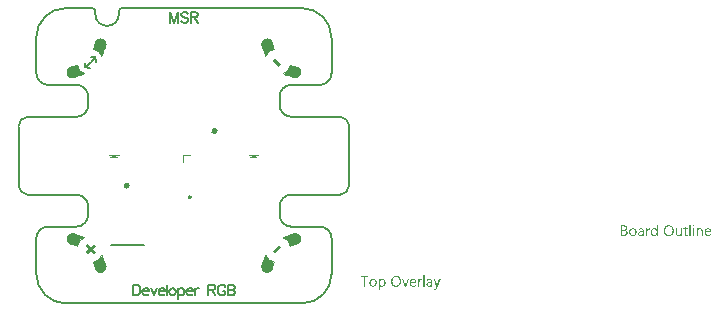
<source format=gto>
G04*
G04 #@! TF.GenerationSoftware,Altium Limited,Altium Designer,22.4.2 (48)*
G04*
G04 Layer_Color=65535*
%FSAX25Y25*%
%MOIN*%
G70*
G04*
G04 #@! TF.SameCoordinates,03BAF07D-572A-4E9D-8DEF-3220CFA764F5*
G04*
G04*
G04 #@! TF.FilePolarity,Positive*
G04*
G01*
G75*
%ADD10C,0.01968*%
%ADD11C,0.00394*%
%ADD12C,0.01299*%
%ADD13C,0.03937*%
%ADD14C,0.00787*%
%ADD15C,0.00984*%
%ADD16C,0.00669*%
G36*
X0032473Y0030519D02*
X0031685Y0029730D01*
X0029730Y0031685D01*
X0030519Y0032473D01*
X0032473Y0030519D01*
D02*
G37*
G36*
X0024803Y-0000787D02*
X0021654D01*
X0023228Y0000394D01*
X0024803Y-0000787D01*
D02*
G37*
G36*
X-0021654D02*
X-0024803D01*
X-0023228Y0000394D01*
X-0021654Y-0000787D01*
D02*
G37*
G36*
X0002362Y-0000197D02*
X0000197D01*
Y-0002559D01*
X-0000197D01*
X-0000197Y-0000197D01*
X-0000197Y0000295D01*
X0002362D01*
Y-0000197D01*
D02*
G37*
G36*
X0169938Y-0023048D02*
X0169966Y-0023054D01*
X0169993Y-0023064D01*
X0170024Y-0023079D01*
X0170055Y-0023098D01*
X0170086Y-0023122D01*
X0170089Y-0023125D01*
X0170098Y-0023135D01*
X0170111Y-0023150D01*
X0170126Y-0023172D01*
X0170139Y-0023200D01*
X0170151Y-0023231D01*
X0170160Y-0023268D01*
X0170163Y-0023308D01*
Y-0023314D01*
Y-0023326D01*
X0170160Y-0023345D01*
X0170154Y-0023373D01*
X0170145Y-0023401D01*
X0170129Y-0023431D01*
X0170111Y-0023462D01*
X0170086Y-0023493D01*
X0170083Y-0023496D01*
X0170074Y-0023506D01*
X0170055Y-0023518D01*
X0170034Y-0023530D01*
X0170006Y-0023543D01*
X0169975Y-0023555D01*
X0169941Y-0023564D01*
X0169901Y-0023567D01*
X0169882D01*
X0169863Y-0023564D01*
X0169836Y-0023558D01*
X0169808Y-0023549D01*
X0169777Y-0023537D01*
X0169746Y-0023521D01*
X0169715Y-0023496D01*
X0169712Y-0023493D01*
X0169703Y-0023484D01*
X0169691Y-0023465D01*
X0169678Y-0023444D01*
X0169666Y-0023419D01*
X0169653Y-0023385D01*
X0169644Y-0023348D01*
X0169641Y-0023308D01*
Y-0023302D01*
Y-0023289D01*
X0169644Y-0023268D01*
X0169650Y-0023243D01*
X0169660Y-0023212D01*
X0169672Y-0023181D01*
X0169691Y-0023150D01*
X0169715Y-0023122D01*
X0169718Y-0023119D01*
X0169728Y-0023110D01*
X0169746Y-0023098D01*
X0169768Y-0023082D01*
X0169796Y-0023070D01*
X0169826Y-0023058D01*
X0169860Y-0023048D01*
X0169901Y-0023045D01*
X0169919D01*
X0169938Y-0023048D01*
D02*
G37*
G36*
X0157970Y-0026713D02*
X0157568D01*
Y-0026290D01*
X0157559D01*
X0157556Y-0026296D01*
X0157547Y-0026311D01*
X0157528Y-0026333D01*
X0157507Y-0026364D01*
X0157476Y-0026401D01*
X0157442Y-0026441D01*
X0157398Y-0026484D01*
X0157346Y-0026531D01*
X0157290Y-0026577D01*
X0157225Y-0026620D01*
X0157154Y-0026660D01*
X0157077Y-0026698D01*
X0156994Y-0026728D01*
X0156901Y-0026750D01*
X0156802Y-0026766D01*
X0156697Y-0026772D01*
X0156675D01*
X0156651Y-0026769D01*
X0156620Y-0026766D01*
X0156580Y-0026763D01*
X0156533Y-0026753D01*
X0156481Y-0026744D01*
X0156425Y-0026728D01*
X0156366Y-0026713D01*
X0156305Y-0026688D01*
X0156243Y-0026664D01*
X0156178Y-0026630D01*
X0156116Y-0026592D01*
X0156054Y-0026546D01*
X0155996Y-0026494D01*
X0155940Y-0026435D01*
X0155937Y-0026432D01*
X0155928Y-0026419D01*
X0155915Y-0026401D01*
X0155897Y-0026373D01*
X0155875Y-0026339D01*
X0155850Y-0026299D01*
X0155826Y-0026250D01*
X0155801Y-0026194D01*
X0155773Y-0026132D01*
X0155748Y-0026064D01*
X0155724Y-0025987D01*
X0155702Y-0025907D01*
X0155684Y-0025820D01*
X0155671Y-0025724D01*
X0155662Y-0025625D01*
X0155659Y-0025520D01*
Y-0025517D01*
Y-0025514D01*
Y-0025505D01*
Y-0025493D01*
X0155662Y-0025462D01*
X0155665Y-0025418D01*
X0155668Y-0025363D01*
X0155674Y-0025304D01*
X0155684Y-0025236D01*
X0155699Y-0025162D01*
X0155714Y-0025085D01*
X0155736Y-0025001D01*
X0155761Y-0024921D01*
X0155792Y-0024834D01*
X0155826Y-0024754D01*
X0155869Y-0024674D01*
X0155915Y-0024596D01*
X0155971Y-0024522D01*
X0155974Y-0024519D01*
X0155986Y-0024507D01*
X0156005Y-0024488D01*
X0156030Y-0024464D01*
X0156061Y-0024436D01*
X0156098Y-0024402D01*
X0156144Y-0024368D01*
X0156193Y-0024334D01*
X0156252Y-0024300D01*
X0156314Y-0024266D01*
X0156382Y-0024232D01*
X0156456Y-0024204D01*
X0156536Y-0024179D01*
X0156623Y-0024161D01*
X0156712Y-0024148D01*
X0156808Y-0024145D01*
X0156830D01*
X0156858Y-0024148D01*
X0156892Y-0024151D01*
X0156935Y-0024158D01*
X0156984Y-0024167D01*
X0157037Y-0024179D01*
X0157096Y-0024195D01*
X0157157Y-0024216D01*
X0157219Y-0024244D01*
X0157281Y-0024278D01*
X0157343Y-0024318D01*
X0157402Y-0024365D01*
X0157460Y-0024417D01*
X0157513Y-0024482D01*
X0157559Y-0024553D01*
X0157568D01*
Y-0022999D01*
X0157970D01*
Y-0026713D01*
D02*
G37*
G36*
X0172184Y-0024148D02*
X0172212D01*
X0172246Y-0024155D01*
X0172286Y-0024161D01*
X0172329Y-0024167D01*
X0172376Y-0024179D01*
X0172425Y-0024192D01*
X0172478Y-0024210D01*
X0172530Y-0024232D01*
X0172583Y-0024260D01*
X0172632Y-0024291D01*
X0172682Y-0024324D01*
X0172728Y-0024368D01*
X0172771Y-0024414D01*
X0172774Y-0024417D01*
X0172781Y-0024426D01*
X0172793Y-0024442D01*
X0172805Y-0024464D01*
X0172821Y-0024491D01*
X0172839Y-0024525D01*
X0172861Y-0024566D01*
X0172882Y-0024609D01*
X0172901Y-0024661D01*
X0172923Y-0024717D01*
X0172941Y-0024782D01*
X0172957Y-0024850D01*
X0172969Y-0024924D01*
X0172981Y-0025004D01*
X0172987Y-0025088D01*
X0172991Y-0025180D01*
Y-0026713D01*
X0172589D01*
Y-0025282D01*
Y-0025279D01*
Y-0025273D01*
Y-0025264D01*
Y-0025248D01*
X0172586Y-0025230D01*
Y-0025208D01*
X0172580Y-0025159D01*
X0172570Y-0025097D01*
X0172558Y-0025029D01*
X0172539Y-0024958D01*
X0172515Y-0024884D01*
X0172484Y-0024810D01*
X0172447Y-0024738D01*
X0172400Y-0024670D01*
X0172342Y-0024609D01*
X0172277Y-0024559D01*
X0172240Y-0024538D01*
X0172196Y-0024519D01*
X0172153Y-0024504D01*
X0172107Y-0024494D01*
X0172057Y-0024488D01*
X0172005Y-0024485D01*
X0171977D01*
X0171956Y-0024488D01*
X0171931Y-0024491D01*
X0171900Y-0024498D01*
X0171866Y-0024504D01*
X0171832Y-0024513D01*
X0171792Y-0024525D01*
X0171751Y-0024541D01*
X0171711Y-0024559D01*
X0171668Y-0024581D01*
X0171628Y-0024609D01*
X0171585Y-0024640D01*
X0171545Y-0024674D01*
X0171507Y-0024714D01*
X0171504Y-0024717D01*
X0171498Y-0024723D01*
X0171489Y-0024735D01*
X0171476Y-0024754D01*
X0171461Y-0024776D01*
X0171446Y-0024803D01*
X0171427Y-0024834D01*
X0171408Y-0024868D01*
X0171390Y-0024908D01*
X0171371Y-0024952D01*
X0171356Y-0024998D01*
X0171341Y-0025047D01*
X0171328Y-0025103D01*
X0171319Y-0025159D01*
X0171313Y-0025221D01*
X0171310Y-0025282D01*
Y-0026713D01*
X0170908D01*
Y-0024204D01*
X0171310D01*
Y-0024621D01*
X0171319D01*
X0171322Y-0024615D01*
X0171331Y-0024600D01*
X0171350Y-0024578D01*
X0171371Y-0024547D01*
X0171402Y-0024510D01*
X0171436Y-0024470D01*
X0171480Y-0024426D01*
X0171529Y-0024383D01*
X0171585Y-0024340D01*
X0171646Y-0024297D01*
X0171714Y-0024257D01*
X0171785Y-0024219D01*
X0171866Y-0024189D01*
X0171952Y-0024167D01*
X0172045Y-0024151D01*
X0172144Y-0024145D01*
X0172162D01*
X0172184Y-0024148D01*
D02*
G37*
G36*
X0155208Y-0024164D02*
X0155242D01*
X0155279Y-0024170D01*
X0155319Y-0024176D01*
X0155359Y-0024182D01*
X0155393Y-0024195D01*
Y-0024612D01*
X0155387Y-0024609D01*
X0155375Y-0024600D01*
X0155350Y-0024587D01*
X0155316Y-0024572D01*
X0155270Y-0024556D01*
X0155220Y-0024544D01*
X0155158Y-0024535D01*
X0155087Y-0024532D01*
X0155062D01*
X0155044Y-0024535D01*
X0155022Y-0024538D01*
X0154998Y-0024544D01*
X0154939Y-0024562D01*
X0154905Y-0024575D01*
X0154871Y-0024590D01*
X0154834Y-0024612D01*
X0154797Y-0024633D01*
X0154763Y-0024661D01*
X0154726Y-0024695D01*
X0154692Y-0024732D01*
X0154658Y-0024776D01*
X0154655Y-0024779D01*
X0154651Y-0024788D01*
X0154642Y-0024800D01*
X0154630Y-0024819D01*
X0154618Y-0024844D01*
X0154602Y-0024874D01*
X0154587Y-0024908D01*
X0154571Y-0024949D01*
X0154556Y-0024992D01*
X0154540Y-0025041D01*
X0154525Y-0025097D01*
X0154512Y-0025156D01*
X0154500Y-0025221D01*
X0154491Y-0025289D01*
X0154488Y-0025360D01*
X0154485Y-0025437D01*
Y-0026713D01*
X0154083D01*
Y-0024204D01*
X0154485D01*
Y-0024723D01*
X0154494D01*
Y-0024720D01*
X0154497Y-0024711D01*
X0154503Y-0024698D01*
X0154509Y-0024680D01*
X0154519Y-0024658D01*
X0154531Y-0024630D01*
X0154559Y-0024572D01*
X0154596Y-0024504D01*
X0154642Y-0024436D01*
X0154695Y-0024371D01*
X0154756Y-0024309D01*
X0154760Y-0024306D01*
X0154766Y-0024303D01*
X0154775Y-0024297D01*
X0154787Y-0024284D01*
X0154803Y-0024275D01*
X0154824Y-0024263D01*
X0154871Y-0024235D01*
X0154930Y-0024207D01*
X0154998Y-0024182D01*
X0155072Y-0024167D01*
X0155112Y-0024164D01*
X0155152Y-0024161D01*
X0155177D01*
X0155208Y-0024164D01*
D02*
G37*
G36*
X0165970Y-0026713D02*
X0165568D01*
Y-0026318D01*
X0165559D01*
X0165556Y-0026324D01*
X0165547Y-0026336D01*
X0165531Y-0026361D01*
X0165513Y-0026389D01*
X0165485Y-0026423D01*
X0165451Y-0026460D01*
X0165414Y-0026503D01*
X0165368Y-0026543D01*
X0165318Y-0026586D01*
X0165259Y-0026627D01*
X0165198Y-0026667D01*
X0165127Y-0026701D01*
X0165049Y-0026728D01*
X0164969Y-0026753D01*
X0164879Y-0026766D01*
X0164784Y-0026772D01*
X0164762D01*
X0164746Y-0026769D01*
X0164725D01*
X0164700Y-0026766D01*
X0164672Y-0026759D01*
X0164645Y-0026756D01*
X0164576Y-0026738D01*
X0164499Y-0026716D01*
X0164419Y-0026682D01*
X0164379Y-0026660D01*
X0164336Y-0026639D01*
X0164292Y-0026611D01*
X0164252Y-0026583D01*
X0164212Y-0026549D01*
X0164172Y-0026512D01*
X0164132Y-0026469D01*
X0164094Y-0026426D01*
X0164060Y-0026376D01*
X0164026Y-0026321D01*
X0163999Y-0026262D01*
X0163971Y-0026200D01*
X0163946Y-0026132D01*
X0163925Y-0026058D01*
X0163909Y-0025978D01*
X0163897Y-0025894D01*
X0163891Y-0025802D01*
X0163888Y-0025706D01*
Y-0024204D01*
X0164286D01*
Y-0025641D01*
Y-0025644D01*
Y-0025650D01*
Y-0025659D01*
Y-0025675D01*
X0164289Y-0025693D01*
Y-0025715D01*
X0164295Y-0025764D01*
X0164305Y-0025826D01*
X0164317Y-0025891D01*
X0164339Y-0025965D01*
X0164363Y-0026036D01*
X0164394Y-0026111D01*
X0164434Y-0026185D01*
X0164484Y-0026250D01*
X0164543Y-0026311D01*
X0164614Y-0026361D01*
X0164651Y-0026382D01*
X0164694Y-0026401D01*
X0164740Y-0026416D01*
X0164787Y-0026426D01*
X0164839Y-0026432D01*
X0164895Y-0026435D01*
X0164923D01*
X0164944Y-0026432D01*
X0164969Y-0026429D01*
X0164997Y-0026423D01*
X0165031Y-0026416D01*
X0165065Y-0026407D01*
X0165102Y-0026398D01*
X0165142Y-0026382D01*
X0165182Y-0026364D01*
X0165222Y-0026342D01*
X0165262Y-0026318D01*
X0165303Y-0026290D01*
X0165340Y-0026256D01*
X0165377Y-0026219D01*
X0165380Y-0026215D01*
X0165386Y-0026209D01*
X0165395Y-0026197D01*
X0165408Y-0026178D01*
X0165420Y-0026157D01*
X0165439Y-0026132D01*
X0165454Y-0026101D01*
X0165473Y-0026067D01*
X0165491Y-0026027D01*
X0165507Y-0025984D01*
X0165525Y-0025937D01*
X0165538Y-0025888D01*
X0165550Y-0025832D01*
X0165559Y-0025777D01*
X0165565Y-0025715D01*
X0165568Y-0025650D01*
Y-0024204D01*
X0165970D01*
Y-0026713D01*
D02*
G37*
G36*
X0170095D02*
X0169694D01*
Y-0024204D01*
X0170095D01*
Y-0026713D01*
D02*
G37*
G36*
X0168881D02*
X0168479D01*
Y-0022999D01*
X0168881D01*
Y-0026713D01*
D02*
G37*
G36*
X0152479Y-0024148D02*
X0152501D01*
X0152523Y-0024151D01*
X0152550Y-0024155D01*
X0152581Y-0024161D01*
X0152646Y-0024173D01*
X0152723Y-0024195D01*
X0152801Y-0024223D01*
X0152884Y-0024263D01*
X0152967Y-0024312D01*
X0153008Y-0024340D01*
X0153048Y-0024374D01*
X0153085Y-0024411D01*
X0153122Y-0024448D01*
X0153156Y-0024491D01*
X0153187Y-0024541D01*
X0153218Y-0024590D01*
X0153245Y-0024646D01*
X0153267Y-0024708D01*
X0153289Y-0024772D01*
X0153304Y-0024840D01*
X0153317Y-0024918D01*
X0153323Y-0024995D01*
X0153326Y-0025082D01*
Y-0026713D01*
X0152924D01*
Y-0026324D01*
X0152915D01*
X0152912Y-0026330D01*
X0152902Y-0026342D01*
X0152887Y-0026364D01*
X0152865Y-0026395D01*
X0152838Y-0026429D01*
X0152804Y-0026466D01*
X0152767Y-0026506D01*
X0152720Y-0026546D01*
X0152668Y-0026589D01*
X0152612Y-0026630D01*
X0152547Y-0026667D01*
X0152479Y-0026701D01*
X0152402Y-0026732D01*
X0152322Y-0026753D01*
X0152235Y-0026766D01*
X0152142Y-0026772D01*
X0152105D01*
X0152081Y-0026769D01*
X0152050Y-0026766D01*
X0152013Y-0026763D01*
X0151972Y-0026756D01*
X0151929Y-0026747D01*
X0151833Y-0026722D01*
X0151787Y-0026707D01*
X0151738Y-0026688D01*
X0151688Y-0026667D01*
X0151642Y-0026639D01*
X0151599Y-0026608D01*
X0151555Y-0026574D01*
X0151552Y-0026571D01*
X0151546Y-0026565D01*
X0151537Y-0026552D01*
X0151521Y-0026537D01*
X0151506Y-0026518D01*
X0151490Y-0026494D01*
X0151469Y-0026466D01*
X0151450Y-0026435D01*
X0151432Y-0026398D01*
X0151413Y-0026358D01*
X0151395Y-0026314D01*
X0151379Y-0026268D01*
X0151364Y-0026219D01*
X0151354Y-0026166D01*
X0151348Y-0026107D01*
X0151345Y-0026049D01*
Y-0026046D01*
Y-0026039D01*
Y-0026030D01*
X0151348Y-0026018D01*
Y-0026002D01*
X0151351Y-0025984D01*
X0151357Y-0025937D01*
X0151370Y-0025882D01*
X0151388Y-0025820D01*
X0151413Y-0025752D01*
X0151450Y-0025681D01*
X0151494Y-0025610D01*
X0151546Y-0025539D01*
X0151580Y-0025505D01*
X0151614Y-0025471D01*
X0151654Y-0025437D01*
X0151694Y-0025406D01*
X0151741Y-0025375D01*
X0151790Y-0025347D01*
X0151843Y-0025322D01*
X0151901Y-0025298D01*
X0151963Y-0025276D01*
X0152028Y-0025258D01*
X0152099Y-0025242D01*
X0152173Y-0025230D01*
X0152924Y-0025125D01*
Y-0025122D01*
Y-0025119D01*
Y-0025109D01*
Y-0025097D01*
X0152921Y-0025066D01*
X0152915Y-0025026D01*
X0152909Y-0024976D01*
X0152896Y-0024921D01*
X0152881Y-0024865D01*
X0152859Y-0024803D01*
X0152831Y-0024745D01*
X0152797Y-0024686D01*
X0152757Y-0024633D01*
X0152708Y-0024584D01*
X0152646Y-0024544D01*
X0152578Y-0024513D01*
X0152541Y-0024501D01*
X0152498Y-0024491D01*
X0152454Y-0024488D01*
X0152408Y-0024485D01*
X0152386D01*
X0152365Y-0024488D01*
X0152331Y-0024491D01*
X0152291Y-0024494D01*
X0152244Y-0024501D01*
X0152192Y-0024510D01*
X0152136Y-0024522D01*
X0152074Y-0024541D01*
X0152009Y-0024559D01*
X0151942Y-0024584D01*
X0151871Y-0024615D01*
X0151799Y-0024652D01*
X0151728Y-0024692D01*
X0151657Y-0024738D01*
X0151589Y-0024794D01*
Y-0024383D01*
X0151592Y-0024380D01*
X0151605Y-0024374D01*
X0151626Y-0024362D01*
X0151654Y-0024346D01*
X0151691Y-0024328D01*
X0151731Y-0024309D01*
X0151781Y-0024287D01*
X0151837Y-0024263D01*
X0151895Y-0024241D01*
X0151960Y-0024219D01*
X0152031Y-0024201D01*
X0152105Y-0024182D01*
X0152186Y-0024167D01*
X0152266Y-0024155D01*
X0152352Y-0024148D01*
X0152442Y-0024145D01*
X0152464D01*
X0152479Y-0024148D01*
D02*
G37*
G36*
X0146843Y-0023203D02*
X0146880Y-0023206D01*
X0146923Y-0023212D01*
X0146973Y-0023218D01*
X0147028Y-0023227D01*
X0147084Y-0023240D01*
X0147143Y-0023255D01*
X0147205Y-0023274D01*
X0147263Y-0023295D01*
X0147325Y-0023320D01*
X0147381Y-0023351D01*
X0147436Y-0023385D01*
X0147489Y-0023425D01*
X0147492Y-0023428D01*
X0147501Y-0023435D01*
X0147514Y-0023447D01*
X0147529Y-0023465D01*
X0147551Y-0023487D01*
X0147572Y-0023515D01*
X0147597Y-0023546D01*
X0147622Y-0023580D01*
X0147646Y-0023620D01*
X0147671Y-0023663D01*
X0147693Y-0023713D01*
X0147714Y-0023762D01*
X0147730Y-0023818D01*
X0147742Y-0023876D01*
X0147751Y-0023938D01*
X0147755Y-0024003D01*
Y-0024006D01*
Y-0024015D01*
Y-0024031D01*
X0147751Y-0024053D01*
X0147748Y-0024080D01*
X0147745Y-0024108D01*
X0147742Y-0024142D01*
X0147736Y-0024179D01*
X0147714Y-0024263D01*
X0147687Y-0024349D01*
X0147668Y-0024396D01*
X0147646Y-0024439D01*
X0147622Y-0024482D01*
X0147594Y-0024525D01*
X0147591Y-0024528D01*
X0147588Y-0024535D01*
X0147578Y-0024547D01*
X0147563Y-0024562D01*
X0147548Y-0024578D01*
X0147529Y-0024600D01*
X0147504Y-0024621D01*
X0147480Y-0024646D01*
X0147449Y-0024670D01*
X0147415Y-0024698D01*
X0147378Y-0024723D01*
X0147337Y-0024751D01*
X0147294Y-0024776D01*
X0147251Y-0024797D01*
X0147149Y-0024837D01*
Y-0024847D01*
X0147152D01*
X0147164Y-0024850D01*
X0147183Y-0024853D01*
X0147208Y-0024856D01*
X0147239Y-0024862D01*
X0147273Y-0024871D01*
X0147313Y-0024884D01*
X0147353Y-0024896D01*
X0147442Y-0024930D01*
X0147492Y-0024952D01*
X0147538Y-0024980D01*
X0147585Y-0025007D01*
X0147631Y-0025038D01*
X0147677Y-0025075D01*
X0147717Y-0025115D01*
X0147721Y-0025119D01*
X0147727Y-0025125D01*
X0147736Y-0025137D01*
X0147751Y-0025156D01*
X0147767Y-0025180D01*
X0147785Y-0025205D01*
X0147804Y-0025239D01*
X0147826Y-0025273D01*
X0147844Y-0025313D01*
X0147863Y-0025360D01*
X0147881Y-0025406D01*
X0147897Y-0025458D01*
X0147912Y-0025517D01*
X0147921Y-0025576D01*
X0147928Y-0025638D01*
X0147931Y-0025706D01*
Y-0025712D01*
Y-0025724D01*
X0147928Y-0025749D01*
X0147924Y-0025780D01*
X0147921Y-0025820D01*
X0147912Y-0025863D01*
X0147903Y-0025913D01*
X0147890Y-0025965D01*
X0147872Y-0026024D01*
X0147850Y-0026083D01*
X0147826Y-0026141D01*
X0147795Y-0026203D01*
X0147758Y-0026265D01*
X0147714Y-0026324D01*
X0147665Y-0026379D01*
X0147606Y-0026435D01*
X0147603Y-0026438D01*
X0147591Y-0026447D01*
X0147572Y-0026460D01*
X0147548Y-0026478D01*
X0147517Y-0026500D01*
X0147476Y-0026521D01*
X0147433Y-0026549D01*
X0147384Y-0026574D01*
X0147325Y-0026599D01*
X0147263Y-0026623D01*
X0147198Y-0026648D01*
X0147124Y-0026670D01*
X0147047Y-0026688D01*
X0146967Y-0026701D01*
X0146880Y-0026710D01*
X0146791Y-0026713D01*
X0145768D01*
Y-0023200D01*
X0146809D01*
X0146843Y-0023203D01*
D02*
G37*
G36*
X0167311Y-0024204D02*
X0167945D01*
Y-0024550D01*
X0167311D01*
Y-0025962D01*
Y-0025965D01*
Y-0025975D01*
Y-0025987D01*
Y-0026002D01*
X0167314Y-0026024D01*
X0167317Y-0026049D01*
X0167324Y-0026101D01*
X0167333Y-0026163D01*
X0167348Y-0026222D01*
X0167370Y-0026277D01*
X0167382Y-0026302D01*
X0167398Y-0026324D01*
X0167401Y-0026327D01*
X0167413Y-0026339D01*
X0167435Y-0026358D01*
X0167466Y-0026376D01*
X0167506Y-0026398D01*
X0167555Y-0026413D01*
X0167614Y-0026426D01*
X0167682Y-0026432D01*
X0167707D01*
X0167735Y-0026429D01*
X0167772Y-0026423D01*
X0167812Y-0026410D01*
X0167858Y-0026398D01*
X0167901Y-0026376D01*
X0167945Y-0026348D01*
Y-0026691D01*
X0167942D01*
X0167938Y-0026695D01*
X0167929Y-0026698D01*
X0167920Y-0026704D01*
X0167886Y-0026716D01*
X0167846Y-0026728D01*
X0167790Y-0026741D01*
X0167725Y-0026753D01*
X0167651Y-0026763D01*
X0167568Y-0026766D01*
X0167540D01*
X0167506Y-0026759D01*
X0167466Y-0026753D01*
X0167416Y-0026744D01*
X0167361Y-0026725D01*
X0167299Y-0026704D01*
X0167240Y-0026673D01*
X0167178Y-0026636D01*
X0167116Y-0026586D01*
X0167061Y-0026528D01*
X0167036Y-0026494D01*
X0167011Y-0026456D01*
X0166990Y-0026416D01*
X0166971Y-0026373D01*
X0166953Y-0026327D01*
X0166937Y-0026274D01*
X0166925Y-0026222D01*
X0166916Y-0026163D01*
X0166913Y-0026101D01*
X0166910Y-0026033D01*
Y-0024550D01*
X0166480D01*
Y-0024204D01*
X0166910D01*
Y-0023592D01*
X0167311Y-0023462D01*
Y-0024204D01*
D02*
G37*
G36*
X0174780Y-0024148D02*
X0174814Y-0024151D01*
X0174857Y-0024155D01*
X0174903Y-0024161D01*
X0174956Y-0024173D01*
X0175012Y-0024185D01*
X0175073Y-0024201D01*
X0175135Y-0024223D01*
X0175197Y-0024250D01*
X0175262Y-0024281D01*
X0175324Y-0024318D01*
X0175382Y-0024362D01*
X0175441Y-0024411D01*
X0175494Y-0024467D01*
X0175497Y-0024470D01*
X0175506Y-0024482D01*
X0175518Y-0024501D01*
X0175537Y-0024525D01*
X0175555Y-0024556D01*
X0175580Y-0024596D01*
X0175605Y-0024643D01*
X0175629Y-0024695D01*
X0175654Y-0024757D01*
X0175679Y-0024822D01*
X0175704Y-0024896D01*
X0175722Y-0024973D01*
X0175741Y-0025060D01*
X0175753Y-0025150D01*
X0175762Y-0025248D01*
X0175765Y-0025350D01*
Y-0025561D01*
X0173992D01*
Y-0025567D01*
Y-0025579D01*
X0173995Y-0025601D01*
X0173998Y-0025628D01*
X0174001Y-0025666D01*
X0174007Y-0025706D01*
X0174013Y-0025749D01*
X0174026Y-0025798D01*
X0174054Y-0025903D01*
X0174072Y-0025956D01*
X0174094Y-0026012D01*
X0174118Y-0026064D01*
X0174146Y-0026117D01*
X0174180Y-0026163D01*
X0174217Y-0026209D01*
X0174220Y-0026212D01*
X0174227Y-0026219D01*
X0174239Y-0026231D01*
X0174258Y-0026243D01*
X0174279Y-0026262D01*
X0174307Y-0026280D01*
X0174338Y-0026302D01*
X0174372Y-0026321D01*
X0174412Y-0026342D01*
X0174458Y-0026364D01*
X0174505Y-0026382D01*
X0174560Y-0026401D01*
X0174616Y-0026413D01*
X0174678Y-0026426D01*
X0174743Y-0026432D01*
X0174811Y-0026435D01*
X0174829D01*
X0174851Y-0026432D01*
X0174882D01*
X0174919Y-0026426D01*
X0174962Y-0026419D01*
X0175012Y-0026410D01*
X0175067Y-0026401D01*
X0175126Y-0026386D01*
X0175188Y-0026367D01*
X0175252Y-0026345D01*
X0175317Y-0026318D01*
X0175385Y-0026287D01*
X0175453Y-0026250D01*
X0175521Y-0026206D01*
X0175589Y-0026157D01*
Y-0026534D01*
X0175586Y-0026537D01*
X0175574Y-0026543D01*
X0175555Y-0026555D01*
X0175531Y-0026571D01*
X0175497Y-0026589D01*
X0175456Y-0026608D01*
X0175410Y-0026630D01*
X0175357Y-0026651D01*
X0175296Y-0026676D01*
X0175231Y-0026698D01*
X0175160Y-0026716D01*
X0175083Y-0026735D01*
X0174999Y-0026750D01*
X0174909Y-0026763D01*
X0174814Y-0026769D01*
X0174715Y-0026772D01*
X0174690D01*
X0174665Y-0026769D01*
X0174628Y-0026766D01*
X0174582Y-0026763D01*
X0174529Y-0026753D01*
X0174474Y-0026744D01*
X0174412Y-0026728D01*
X0174347Y-0026710D01*
X0174279Y-0026688D01*
X0174208Y-0026660D01*
X0174140Y-0026630D01*
X0174069Y-0026589D01*
X0174004Y-0026543D01*
X0173939Y-0026491D01*
X0173881Y-0026432D01*
X0173877Y-0026429D01*
X0173868Y-0026416D01*
X0173853Y-0026395D01*
X0173834Y-0026367D01*
X0173810Y-0026333D01*
X0173785Y-0026290D01*
X0173757Y-0026240D01*
X0173729Y-0026182D01*
X0173701Y-0026120D01*
X0173673Y-0026046D01*
X0173649Y-0025968D01*
X0173624Y-0025882D01*
X0173606Y-0025789D01*
X0173590Y-0025690D01*
X0173581Y-0025582D01*
X0173578Y-0025471D01*
Y-0025468D01*
Y-0025465D01*
Y-0025455D01*
Y-0025446D01*
X0173581Y-0025415D01*
X0173584Y-0025372D01*
X0173587Y-0025322D01*
X0173596Y-0025267D01*
X0173606Y-0025202D01*
X0173618Y-0025131D01*
X0173636Y-0025057D01*
X0173658Y-0024980D01*
X0173686Y-0024899D01*
X0173717Y-0024819D01*
X0173754Y-0024742D01*
X0173800Y-0024661D01*
X0173850Y-0024587D01*
X0173908Y-0024516D01*
X0173911Y-0024513D01*
X0173924Y-0024501D01*
X0173942Y-0024482D01*
X0173967Y-0024457D01*
X0174001Y-0024430D01*
X0174041Y-0024399D01*
X0174084Y-0024365D01*
X0174137Y-0024331D01*
X0174193Y-0024297D01*
X0174258Y-0024263D01*
X0174326Y-0024232D01*
X0174397Y-0024204D01*
X0174474Y-0024179D01*
X0174557Y-0024161D01*
X0174644Y-0024148D01*
X0174733Y-0024145D01*
X0174755D01*
X0174780Y-0024148D01*
D02*
G37*
G36*
X0161737Y-0023144D02*
X0161758D01*
X0161780Y-0023147D01*
X0161808D01*
X0161870Y-0023156D01*
X0161941Y-0023166D01*
X0162021Y-0023181D01*
X0162108Y-0023203D01*
X0162197Y-0023227D01*
X0162293Y-0023261D01*
X0162389Y-0023302D01*
X0162488Y-0023348D01*
X0162587Y-0023404D01*
X0162679Y-0023469D01*
X0162772Y-0023546D01*
X0162858Y-0023632D01*
X0162865Y-0023639D01*
X0162877Y-0023654D01*
X0162899Y-0023682D01*
X0162930Y-0023722D01*
X0162961Y-0023771D01*
X0163001Y-0023830D01*
X0163041Y-0023898D01*
X0163081Y-0023975D01*
X0163121Y-0024065D01*
X0163161Y-0024161D01*
X0163201Y-0024266D01*
X0163235Y-0024380D01*
X0163263Y-0024504D01*
X0163285Y-0024633D01*
X0163297Y-0024769D01*
X0163303Y-0024915D01*
Y-0024918D01*
Y-0024924D01*
Y-0024936D01*
Y-0024952D01*
X0163300Y-0024973D01*
Y-0024998D01*
X0163297Y-0025026D01*
Y-0025057D01*
X0163294Y-0025091D01*
X0163291Y-0025128D01*
X0163279Y-0025211D01*
X0163266Y-0025307D01*
X0163248Y-0025406D01*
X0163223Y-0025514D01*
X0163192Y-0025625D01*
X0163155Y-0025737D01*
X0163112Y-0025851D01*
X0163059Y-0025962D01*
X0162998Y-0026073D01*
X0162926Y-0026175D01*
X0162846Y-0026274D01*
X0162840Y-0026280D01*
X0162824Y-0026296D01*
X0162800Y-0026321D01*
X0162763Y-0026351D01*
X0162716Y-0026389D01*
X0162661Y-0026432D01*
X0162599Y-0026475D01*
X0162525Y-0026521D01*
X0162441Y-0026568D01*
X0162349Y-0026614D01*
X0162250Y-0026657D01*
X0162142Y-0026695D01*
X0162024Y-0026725D01*
X0161901Y-0026750D01*
X0161768Y-0026766D01*
X0161629Y-0026772D01*
X0161595D01*
X0161579Y-0026769D01*
X0161558D01*
X0161533Y-0026766D01*
X0161505Y-0026763D01*
X0161440Y-0026756D01*
X0161369Y-0026747D01*
X0161286Y-0026732D01*
X0161199Y-0026710D01*
X0161103Y-0026685D01*
X0161008Y-0026651D01*
X0160909Y-0026611D01*
X0160807Y-0026565D01*
X0160708Y-0026509D01*
X0160612Y-0026441D01*
X0160516Y-0026367D01*
X0160430Y-0026280D01*
X0160424Y-0026274D01*
X0160411Y-0026259D01*
X0160390Y-0026231D01*
X0160359Y-0026191D01*
X0160325Y-0026141D01*
X0160288Y-0026083D01*
X0160248Y-0026015D01*
X0160207Y-0025934D01*
X0160164Y-0025848D01*
X0160124Y-0025752D01*
X0160087Y-0025647D01*
X0160053Y-0025533D01*
X0160022Y-0025409D01*
X0160000Y-0025279D01*
X0159988Y-0025143D01*
X0159982Y-0024998D01*
Y-0024995D01*
Y-0024989D01*
Y-0024976D01*
Y-0024961D01*
X0159985Y-0024939D01*
Y-0024918D01*
X0159988Y-0024890D01*
Y-0024859D01*
X0159991Y-0024825D01*
X0159997Y-0024785D01*
X0160006Y-0024704D01*
X0160019Y-0024612D01*
X0160040Y-0024513D01*
X0160062Y-0024405D01*
X0160093Y-0024297D01*
X0160130Y-0024185D01*
X0160173Y-0024071D01*
X0160226Y-0023960D01*
X0160288Y-0023852D01*
X0160359Y-0023747D01*
X0160439Y-0023648D01*
X0160445Y-0023642D01*
X0160461Y-0023626D01*
X0160485Y-0023601D01*
X0160522Y-0023567D01*
X0160569Y-0023530D01*
X0160627Y-0023487D01*
X0160692Y-0023441D01*
X0160767Y-0023394D01*
X0160853Y-0023348D01*
X0160946Y-0023302D01*
X0161048Y-0023258D01*
X0161159Y-0023221D01*
X0161279Y-0023187D01*
X0161406Y-0023163D01*
X0161542Y-0023147D01*
X0161687Y-0023141D01*
X0161718D01*
X0161737Y-0023144D01*
D02*
G37*
G36*
X0149751Y-0024148D02*
X0149791Y-0024151D01*
X0149837Y-0024155D01*
X0149893Y-0024164D01*
X0149952Y-0024173D01*
X0150016Y-0024189D01*
X0150087Y-0024207D01*
X0150159Y-0024229D01*
X0150230Y-0024257D01*
X0150304Y-0024291D01*
X0150375Y-0024331D01*
X0150446Y-0024377D01*
X0150511Y-0024430D01*
X0150573Y-0024491D01*
X0150576Y-0024494D01*
X0150585Y-0024507D01*
X0150601Y-0024528D01*
X0150622Y-0024556D01*
X0150647Y-0024590D01*
X0150672Y-0024633D01*
X0150702Y-0024683D01*
X0150730Y-0024742D01*
X0150761Y-0024806D01*
X0150789Y-0024878D01*
X0150814Y-0024955D01*
X0150838Y-0025041D01*
X0150860Y-0025134D01*
X0150875Y-0025233D01*
X0150885Y-0025338D01*
X0150888Y-0025449D01*
Y-0025452D01*
Y-0025455D01*
Y-0025465D01*
Y-0025477D01*
X0150885Y-0025508D01*
X0150882Y-0025548D01*
X0150879Y-0025601D01*
X0150869Y-0025659D01*
X0150860Y-0025724D01*
X0150845Y-0025795D01*
X0150826Y-0025870D01*
X0150804Y-0025950D01*
X0150777Y-0026030D01*
X0150746Y-0026111D01*
X0150706Y-0026191D01*
X0150659Y-0026268D01*
X0150607Y-0026342D01*
X0150548Y-0026413D01*
X0150545Y-0026416D01*
X0150532Y-0026429D01*
X0150514Y-0026447D01*
X0150486Y-0026469D01*
X0150452Y-0026497D01*
X0150412Y-0026528D01*
X0150363Y-0026559D01*
X0150307Y-0026592D01*
X0150245Y-0026627D01*
X0150177Y-0026657D01*
X0150103Y-0026688D01*
X0150023Y-0026716D01*
X0149933Y-0026738D01*
X0149840Y-0026756D01*
X0149744Y-0026769D01*
X0149639Y-0026772D01*
X0149615D01*
X0149587Y-0026769D01*
X0149547Y-0026766D01*
X0149500Y-0026763D01*
X0149445Y-0026753D01*
X0149386Y-0026744D01*
X0149321Y-0026728D01*
X0149250Y-0026710D01*
X0149179Y-0026685D01*
X0149105Y-0026657D01*
X0149031Y-0026623D01*
X0148957Y-0026583D01*
X0148882Y-0026537D01*
X0148814Y-0026484D01*
X0148750Y-0026423D01*
X0148747Y-0026419D01*
X0148734Y-0026407D01*
X0148719Y-0026386D01*
X0148697Y-0026358D01*
X0148672Y-0026324D01*
X0148644Y-0026280D01*
X0148617Y-0026231D01*
X0148586Y-0026172D01*
X0148555Y-0026111D01*
X0148524Y-0026039D01*
X0148496Y-0025962D01*
X0148471Y-0025879D01*
X0148450Y-0025792D01*
X0148434Y-0025696D01*
X0148422Y-0025594D01*
X0148419Y-0025489D01*
Y-0025486D01*
Y-0025483D01*
Y-0025474D01*
Y-0025462D01*
X0148422Y-0025428D01*
X0148425Y-0025384D01*
X0148428Y-0025332D01*
X0148438Y-0025270D01*
X0148447Y-0025202D01*
X0148462Y-0025128D01*
X0148481Y-0025051D01*
X0148502Y-0024970D01*
X0148530Y-0024887D01*
X0148564Y-0024803D01*
X0148604Y-0024723D01*
X0148648Y-0024646D01*
X0148700Y-0024572D01*
X0148762Y-0024501D01*
X0148765Y-0024498D01*
X0148777Y-0024485D01*
X0148799Y-0024467D01*
X0148827Y-0024445D01*
X0148861Y-0024417D01*
X0148904Y-0024389D01*
X0148953Y-0024355D01*
X0149009Y-0024321D01*
X0149071Y-0024291D01*
X0149142Y-0024257D01*
X0149219Y-0024229D01*
X0149303Y-0024201D01*
X0149392Y-0024179D01*
X0149488Y-0024161D01*
X0149590Y-0024148D01*
X0149698Y-0024145D01*
X0149723D01*
X0149751Y-0024148D01*
D02*
G37*
G36*
X0032473Y-0030519D02*
X0030519Y-0032473D01*
X0029730Y-0031685D01*
X0031685Y-0029730D01*
X0032473Y-0030519D01*
D02*
G37*
G36*
X-0031052Y-0030360D02*
X-0029992Y-0029300D01*
X-0029285Y-0030006D01*
X-0030345Y-0031067D01*
X-0029289Y-0032123D01*
X-0029996Y-0032830D01*
X-0031052Y-0031773D01*
X-0032120Y-0032841D01*
X-0032827Y-0032134D01*
X-0031759Y-0031067D01*
X-0032830Y-0029996D01*
X-0032123Y-0029289D01*
X-0031052Y-0030360D01*
D02*
G37*
G36*
X0066258Y-0041039D02*
X0066292Y-0041042D01*
X0066332Y-0041045D01*
X0066378Y-0041054D01*
X0066431Y-0041063D01*
X0066490Y-0041079D01*
X0066548Y-0041097D01*
X0066610Y-0041119D01*
X0066672Y-0041147D01*
X0066737Y-0041177D01*
X0066799Y-0041218D01*
X0066857Y-0041264D01*
X0066916Y-0041317D01*
X0066969Y-0041375D01*
X0066972Y-0041378D01*
X0066981Y-0041391D01*
X0066993Y-0041409D01*
X0067012Y-0041437D01*
X0067030Y-0041471D01*
X0067055Y-0041511D01*
X0067080Y-0041561D01*
X0067105Y-0041613D01*
X0067129Y-0041675D01*
X0067154Y-0041743D01*
X0067179Y-0041817D01*
X0067197Y-0041897D01*
X0067216Y-0041984D01*
X0067228Y-0042077D01*
X0067237Y-0042176D01*
X0067241Y-0042278D01*
Y-0042281D01*
Y-0042284D01*
Y-0042293D01*
Y-0042305D01*
X0067237Y-0042339D01*
X0067234Y-0042383D01*
X0067231Y-0042435D01*
X0067225Y-0042497D01*
X0067216Y-0042565D01*
X0067203Y-0042639D01*
X0067185Y-0042716D01*
X0067166Y-0042800D01*
X0067142Y-0042883D01*
X0067111Y-0042967D01*
X0067077Y-0043050D01*
X0067037Y-0043134D01*
X0066987Y-0043211D01*
X0066935Y-0043285D01*
X0066931Y-0043288D01*
X0066919Y-0043300D01*
X0066904Y-0043319D01*
X0066879Y-0043344D01*
X0066848Y-0043371D01*
X0066811Y-0043405D01*
X0066765Y-0043439D01*
X0066715Y-0043473D01*
X0066660Y-0043507D01*
X0066595Y-0043541D01*
X0066527Y-0043575D01*
X0066453Y-0043603D01*
X0066372Y-0043628D01*
X0066286Y-0043646D01*
X0066193Y-0043659D01*
X0066097Y-0043662D01*
X0066076D01*
X0066051Y-0043659D01*
X0066017Y-0043656D01*
X0065977Y-0043650D01*
X0065930Y-0043640D01*
X0065878Y-0043628D01*
X0065819Y-0043609D01*
X0065760Y-0043588D01*
X0065699Y-0043560D01*
X0065637Y-0043526D01*
X0065572Y-0043486D01*
X0065510Y-0043436D01*
X0065451Y-0043381D01*
X0065396Y-0043316D01*
X0065343Y-0043242D01*
X0065334D01*
Y-0044756D01*
X0064932D01*
Y-0041094D01*
X0065334D01*
Y-0041536D01*
X0065343D01*
X0065346Y-0041530D01*
X0065359Y-0041514D01*
X0065374Y-0041490D01*
X0065399Y-0041459D01*
X0065430Y-0041418D01*
X0065467Y-0041378D01*
X0065513Y-0041332D01*
X0065563Y-0041286D01*
X0065621Y-0041239D01*
X0065686Y-0041193D01*
X0065757Y-0041153D01*
X0065835Y-0041113D01*
X0065918Y-0041082D01*
X0066011Y-0041057D01*
X0066106Y-0041042D01*
X0066211Y-0041035D01*
X0066233D01*
X0066258Y-0041039D01*
D02*
G37*
G36*
X0079193Y-0041054D02*
X0079227D01*
X0079264Y-0041060D01*
X0079304Y-0041066D01*
X0079344Y-0041072D01*
X0079378Y-0041085D01*
Y-0041502D01*
X0079372Y-0041499D01*
X0079360Y-0041490D01*
X0079335Y-0041477D01*
X0079301Y-0041462D01*
X0079254Y-0041446D01*
X0079205Y-0041434D01*
X0079143Y-0041425D01*
X0079072Y-0041422D01*
X0079047D01*
X0079029Y-0041425D01*
X0079007Y-0041428D01*
X0078983Y-0041434D01*
X0078924Y-0041453D01*
X0078890Y-0041465D01*
X0078856Y-0041480D01*
X0078819Y-0041502D01*
X0078782Y-0041524D01*
X0078748Y-0041551D01*
X0078711Y-0041585D01*
X0078677Y-0041622D01*
X0078643Y-0041666D01*
X0078640Y-0041669D01*
X0078636Y-0041678D01*
X0078627Y-0041690D01*
X0078615Y-0041709D01*
X0078602Y-0041734D01*
X0078587Y-0041765D01*
X0078572Y-0041799D01*
X0078556Y-0041839D01*
X0078541Y-0041882D01*
X0078525Y-0041932D01*
X0078510Y-0041987D01*
X0078497Y-0042046D01*
X0078485Y-0042111D01*
X0078476Y-0042179D01*
X0078473Y-0042250D01*
X0078470Y-0042327D01*
Y-0043603D01*
X0078068D01*
Y-0041094D01*
X0078470D01*
Y-0041613D01*
X0078479D01*
Y-0041610D01*
X0078482Y-0041601D01*
X0078488Y-0041589D01*
X0078494Y-0041570D01*
X0078504Y-0041548D01*
X0078516Y-0041521D01*
X0078544Y-0041462D01*
X0078581Y-0041394D01*
X0078627Y-0041326D01*
X0078680Y-0041261D01*
X0078742Y-0041199D01*
X0078745Y-0041196D01*
X0078751Y-0041193D01*
X0078760Y-0041187D01*
X0078772Y-0041174D01*
X0078788Y-0041165D01*
X0078809Y-0041153D01*
X0078856Y-0041125D01*
X0078914Y-0041097D01*
X0078983Y-0041072D01*
X0079057Y-0041057D01*
X0079097Y-0041054D01*
X0079137Y-0041051D01*
X0079162D01*
X0079193Y-0041054D01*
D02*
G37*
G36*
X0084424Y-0044005D02*
Y-0044008D01*
X0084421Y-0044014D01*
X0084415Y-0044023D01*
X0084409Y-0044039D01*
X0084402Y-0044057D01*
X0084393Y-0044076D01*
X0084368Y-0044125D01*
X0084334Y-0044184D01*
X0084297Y-0044252D01*
X0084251Y-0044320D01*
X0084198Y-0044394D01*
X0084140Y-0044465D01*
X0084075Y-0044536D01*
X0084004Y-0044604D01*
X0083926Y-0044663D01*
X0083843Y-0044712D01*
X0083800Y-0044731D01*
X0083754Y-0044750D01*
X0083707Y-0044765D01*
X0083658Y-0044774D01*
X0083608Y-0044780D01*
X0083556Y-0044784D01*
X0083531D01*
X0083500Y-0044780D01*
X0083463D01*
X0083423Y-0044774D01*
X0083380Y-0044768D01*
X0083333Y-0044762D01*
X0083293Y-0044750D01*
Y-0044391D01*
X0083299Y-0044394D01*
X0083315Y-0044397D01*
X0083339Y-0044403D01*
X0083370Y-0044413D01*
X0083407Y-0044422D01*
X0083448Y-0044428D01*
X0083491Y-0044431D01*
X0083531Y-0044434D01*
X0083543D01*
X0083559Y-0044431D01*
X0083580Y-0044428D01*
X0083605Y-0044422D01*
X0083636Y-0044416D01*
X0083667Y-0044403D01*
X0083704Y-0044388D01*
X0083738Y-0044370D01*
X0083778Y-0044345D01*
X0083815Y-0044317D01*
X0083852Y-0044283D01*
X0083889Y-0044240D01*
X0083926Y-0044193D01*
X0083957Y-0044138D01*
X0083988Y-0044073D01*
X0084189Y-0043600D01*
X0083210Y-0041094D01*
X0083655D01*
X0084334Y-0043025D01*
Y-0043028D01*
X0084338Y-0043035D01*
X0084341Y-0043044D01*
X0084347Y-0043062D01*
X0084353Y-0043087D01*
X0084359Y-0043121D01*
X0084372Y-0043164D01*
X0084384Y-0043217D01*
X0084399D01*
Y-0043214D01*
X0084402Y-0043205D01*
X0084405Y-0043192D01*
X0084412Y-0043171D01*
X0084418Y-0043146D01*
X0084424Y-0043115D01*
X0084436Y-0043075D01*
X0084449Y-0043031D01*
X0085163Y-0041094D01*
X0085577D01*
X0084424Y-0044005D01*
D02*
G37*
G36*
X0074014Y-0043603D02*
X0073618D01*
X0072670Y-0041094D01*
X0073108D01*
X0073748Y-0042917D01*
Y-0042920D01*
X0073751Y-0042926D01*
X0073754Y-0042936D01*
X0073760Y-0042951D01*
X0073767Y-0042970D01*
X0073773Y-0042988D01*
X0073785Y-0043038D01*
X0073801Y-0043090D01*
X0073816Y-0043149D01*
X0073825Y-0043211D01*
X0073835Y-0043270D01*
X0073844D01*
Y-0043266D01*
Y-0043260D01*
X0073847Y-0043251D01*
X0073850Y-0043238D01*
Y-0043220D01*
X0073856Y-0043202D01*
X0073862Y-0043155D01*
X0073875Y-0043103D01*
X0073887Y-0043047D01*
X0073906Y-0042988D01*
X0073924Y-0042930D01*
X0074589Y-0041094D01*
X0075012D01*
X0074014Y-0043603D01*
D02*
G37*
G36*
X0081977Y-0041039D02*
X0081998D01*
X0082020Y-0041042D01*
X0082048Y-0041045D01*
X0082079Y-0041051D01*
X0082144Y-0041063D01*
X0082221Y-0041085D01*
X0082298Y-0041113D01*
X0082381Y-0041153D01*
X0082465Y-0041202D01*
X0082505Y-0041230D01*
X0082545Y-0041264D01*
X0082582Y-0041301D01*
X0082619Y-0041338D01*
X0082653Y-0041381D01*
X0082684Y-0041431D01*
X0082715Y-0041480D01*
X0082743Y-0041536D01*
X0082765Y-0041598D01*
X0082786Y-0041663D01*
X0082802Y-0041731D01*
X0082814Y-0041808D01*
X0082820Y-0041885D01*
X0082823Y-0041972D01*
Y-0043603D01*
X0082422D01*
Y-0043214D01*
X0082412D01*
X0082409Y-0043220D01*
X0082400Y-0043232D01*
X0082385Y-0043254D01*
X0082363Y-0043285D01*
X0082335Y-0043319D01*
X0082301Y-0043356D01*
X0082264Y-0043396D01*
X0082218Y-0043436D01*
X0082165Y-0043480D01*
X0082110Y-0043520D01*
X0082045Y-0043557D01*
X0081977Y-0043591D01*
X0081899Y-0043622D01*
X0081819Y-0043643D01*
X0081733Y-0043656D01*
X0081640Y-0043662D01*
X0081603D01*
X0081578Y-0043659D01*
X0081547Y-0043656D01*
X0081510Y-0043653D01*
X0081470Y-0043646D01*
X0081427Y-0043637D01*
X0081331Y-0043612D01*
X0081285Y-0043597D01*
X0081235Y-0043578D01*
X0081186Y-0043557D01*
X0081139Y-0043529D01*
X0081096Y-0043498D01*
X0081053Y-0043464D01*
X0081050Y-0043461D01*
X0081044Y-0043455D01*
X0081034Y-0043442D01*
X0081019Y-0043427D01*
X0081003Y-0043409D01*
X0080988Y-0043384D01*
X0080966Y-0043356D01*
X0080948Y-0043325D01*
X0080929Y-0043288D01*
X0080911Y-0043248D01*
X0080892Y-0043205D01*
X0080877Y-0043158D01*
X0080861Y-0043109D01*
X0080852Y-0043056D01*
X0080846Y-0042998D01*
X0080843Y-0042939D01*
Y-0042936D01*
Y-0042930D01*
Y-0042920D01*
X0080846Y-0042908D01*
Y-0042893D01*
X0080849Y-0042874D01*
X0080855Y-0042828D01*
X0080867Y-0042772D01*
X0080886Y-0042710D01*
X0080911Y-0042642D01*
X0080948Y-0042571D01*
X0080991Y-0042500D01*
X0081044Y-0042429D01*
X0081077Y-0042395D01*
X0081112Y-0042361D01*
X0081152Y-0042327D01*
X0081192Y-0042296D01*
X0081238Y-0042265D01*
X0081288Y-0042237D01*
X0081340Y-0042213D01*
X0081399Y-0042188D01*
X0081461Y-0042166D01*
X0081526Y-0042148D01*
X0081597Y-0042132D01*
X0081671Y-0042120D01*
X0082422Y-0042015D01*
Y-0042012D01*
Y-0042009D01*
Y-0042000D01*
Y-0041987D01*
X0082419Y-0041956D01*
X0082412Y-0041916D01*
X0082406Y-0041867D01*
X0082394Y-0041811D01*
X0082378Y-0041755D01*
X0082357Y-0041693D01*
X0082329Y-0041635D01*
X0082295Y-0041576D01*
X0082255Y-0041524D01*
X0082205Y-0041474D01*
X0082144Y-0041434D01*
X0082076Y-0041403D01*
X0082038Y-0041391D01*
X0081995Y-0041381D01*
X0081952Y-0041378D01*
X0081906Y-0041375D01*
X0081884D01*
X0081862Y-0041378D01*
X0081828Y-0041381D01*
X0081788Y-0041385D01*
X0081742Y-0041391D01*
X0081689Y-0041400D01*
X0081634Y-0041412D01*
X0081572Y-0041431D01*
X0081507Y-0041449D01*
X0081439Y-0041474D01*
X0081368Y-0041505D01*
X0081297Y-0041542D01*
X0081226Y-0041582D01*
X0081155Y-0041629D01*
X0081087Y-0041684D01*
Y-0041273D01*
X0081090Y-0041270D01*
X0081102Y-0041264D01*
X0081124Y-0041252D01*
X0081152Y-0041236D01*
X0081189Y-0041218D01*
X0081229Y-0041199D01*
X0081278Y-0041177D01*
X0081334Y-0041153D01*
X0081393Y-0041131D01*
X0081458Y-0041109D01*
X0081529Y-0041091D01*
X0081603Y-0041072D01*
X0081683Y-0041057D01*
X0081763Y-0041045D01*
X0081850Y-0041039D01*
X0081940Y-0041035D01*
X0081961D01*
X0081977Y-0041039D01*
D02*
G37*
G36*
X0080215Y-0043603D02*
X0079814D01*
Y-0039889D01*
X0080215D01*
Y-0043603D01*
D02*
G37*
G36*
X0061493Y-0040464D02*
X0060480D01*
Y-0043603D01*
X0060069D01*
Y-0040464D01*
X0059055D01*
Y-0040090D01*
X0061493D01*
Y-0040464D01*
D02*
G37*
G36*
X0076477Y-0041039D02*
X0076511Y-0041042D01*
X0076554Y-0041045D01*
X0076600Y-0041051D01*
X0076653Y-0041063D01*
X0076708Y-0041076D01*
X0076770Y-0041091D01*
X0076832Y-0041113D01*
X0076894Y-0041140D01*
X0076959Y-0041171D01*
X0077020Y-0041208D01*
X0077079Y-0041252D01*
X0077138Y-0041301D01*
X0077190Y-0041357D01*
X0077193Y-0041360D01*
X0077203Y-0041372D01*
X0077215Y-0041391D01*
X0077234Y-0041415D01*
X0077252Y-0041446D01*
X0077277Y-0041486D01*
X0077302Y-0041533D01*
X0077326Y-0041585D01*
X0077351Y-0041647D01*
X0077376Y-0041712D01*
X0077400Y-0041786D01*
X0077419Y-0041864D01*
X0077438Y-0041950D01*
X0077450Y-0042040D01*
X0077459Y-0042138D01*
X0077462Y-0042241D01*
Y-0042451D01*
X0075689D01*
Y-0042457D01*
Y-0042469D01*
X0075692Y-0042491D01*
X0075695Y-0042519D01*
X0075698Y-0042556D01*
X0075704Y-0042596D01*
X0075710Y-0042639D01*
X0075723Y-0042689D01*
X0075750Y-0042794D01*
X0075769Y-0042846D01*
X0075791Y-0042902D01*
X0075815Y-0042954D01*
X0075843Y-0043007D01*
X0075877Y-0043053D01*
X0075914Y-0043099D01*
X0075917Y-0043103D01*
X0075923Y-0043109D01*
X0075936Y-0043121D01*
X0075954Y-0043134D01*
X0075976Y-0043152D01*
X0076004Y-0043171D01*
X0076035Y-0043192D01*
X0076069Y-0043211D01*
X0076109Y-0043232D01*
X0076155Y-0043254D01*
X0076201Y-0043273D01*
X0076257Y-0043291D01*
X0076313Y-0043303D01*
X0076375Y-0043316D01*
X0076439Y-0043322D01*
X0076507Y-0043325D01*
X0076526D01*
X0076548Y-0043322D01*
X0076578D01*
X0076616Y-0043316D01*
X0076659Y-0043310D01*
X0076708Y-0043300D01*
X0076764Y-0043291D01*
X0076823Y-0043276D01*
X0076884Y-0043257D01*
X0076949Y-0043235D01*
X0077014Y-0043208D01*
X0077082Y-0043177D01*
X0077150Y-0043140D01*
X0077218Y-0043096D01*
X0077286Y-0043047D01*
Y-0043424D01*
X0077283Y-0043427D01*
X0077271Y-0043433D01*
X0077252Y-0043446D01*
X0077227Y-0043461D01*
X0077193Y-0043480D01*
X0077153Y-0043498D01*
X0077107Y-0043520D01*
X0077054Y-0043541D01*
X0076993Y-0043566D01*
X0076928Y-0043588D01*
X0076857Y-0043606D01*
X0076779Y-0043625D01*
X0076696Y-0043640D01*
X0076606Y-0043653D01*
X0076511Y-0043659D01*
X0076412Y-0043662D01*
X0076387D01*
X0076362Y-0043659D01*
X0076325Y-0043656D01*
X0076279Y-0043653D01*
X0076226Y-0043643D01*
X0076171Y-0043634D01*
X0076109Y-0043619D01*
X0076044Y-0043600D01*
X0075976Y-0043578D01*
X0075905Y-0043551D01*
X0075837Y-0043520D01*
X0075766Y-0043480D01*
X0075701Y-0043433D01*
X0075636Y-0043381D01*
X0075577Y-0043322D01*
X0075574Y-0043319D01*
X0075565Y-0043306D01*
X0075550Y-0043285D01*
X0075531Y-0043257D01*
X0075506Y-0043223D01*
X0075482Y-0043180D01*
X0075454Y-0043130D01*
X0075426Y-0043072D01*
X0075398Y-0043010D01*
X0075370Y-0042936D01*
X0075346Y-0042858D01*
X0075321Y-0042772D01*
X0075302Y-0042679D01*
X0075287Y-0042580D01*
X0075278Y-0042472D01*
X0075274Y-0042361D01*
Y-0042358D01*
Y-0042355D01*
Y-0042345D01*
Y-0042336D01*
X0075278Y-0042305D01*
X0075281Y-0042262D01*
X0075284Y-0042213D01*
X0075293Y-0042157D01*
X0075302Y-0042092D01*
X0075315Y-0042021D01*
X0075333Y-0041947D01*
X0075355Y-0041870D01*
X0075383Y-0041789D01*
X0075414Y-0041709D01*
X0075451Y-0041632D01*
X0075497Y-0041551D01*
X0075546Y-0041477D01*
X0075605Y-0041406D01*
X0075608Y-0041403D01*
X0075621Y-0041391D01*
X0075639Y-0041372D01*
X0075664Y-0041348D01*
X0075698Y-0041320D01*
X0075738Y-0041289D01*
X0075781Y-0041255D01*
X0075834Y-0041221D01*
X0075889Y-0041187D01*
X0075954Y-0041153D01*
X0076022Y-0041122D01*
X0076093Y-0041094D01*
X0076171Y-0041069D01*
X0076254Y-0041051D01*
X0076341Y-0041039D01*
X0076430Y-0041035D01*
X0076452D01*
X0076477Y-0041039D01*
D02*
G37*
G36*
X0070837Y-0040034D02*
X0070859D01*
X0070881Y-0040037D01*
X0070908D01*
X0070970Y-0040047D01*
X0071041Y-0040056D01*
X0071122Y-0040071D01*
X0071208Y-0040093D01*
X0071298Y-0040118D01*
X0071394Y-0040152D01*
X0071489Y-0040192D01*
X0071588Y-0040238D01*
X0071687Y-0040294D01*
X0071780Y-0040359D01*
X0071872Y-0040436D01*
X0071959Y-0040522D01*
X0071965Y-0040529D01*
X0071978Y-0040544D01*
X0071999Y-0040572D01*
X0072030Y-0040612D01*
X0072061Y-0040661D01*
X0072101Y-0040720D01*
X0072141Y-0040788D01*
X0072181Y-0040865D01*
X0072222Y-0040955D01*
X0072262Y-0041051D01*
X0072302Y-0041156D01*
X0072336Y-0041270D01*
X0072364Y-0041394D01*
X0072385Y-0041524D01*
X0072398Y-0041660D01*
X0072404Y-0041805D01*
Y-0041808D01*
Y-0041814D01*
Y-0041826D01*
Y-0041842D01*
X0072401Y-0041864D01*
Y-0041888D01*
X0072398Y-0041916D01*
Y-0041947D01*
X0072395Y-0041981D01*
X0072391Y-0042018D01*
X0072379Y-0042101D01*
X0072367Y-0042197D01*
X0072348Y-0042296D01*
X0072324Y-0042404D01*
X0072293Y-0042516D01*
X0072256Y-0042627D01*
X0072212Y-0042741D01*
X0072160Y-0042852D01*
X0072098Y-0042963D01*
X0072027Y-0043066D01*
X0071947Y-0043164D01*
X0071940Y-0043171D01*
X0071925Y-0043186D01*
X0071900Y-0043211D01*
X0071863Y-0043242D01*
X0071817Y-0043279D01*
X0071761Y-0043322D01*
X0071699Y-0043365D01*
X0071625Y-0043412D01*
X0071542Y-0043458D01*
X0071449Y-0043504D01*
X0071350Y-0043548D01*
X0071242Y-0043585D01*
X0071125Y-0043615D01*
X0071001Y-0043640D01*
X0070868Y-0043656D01*
X0070729Y-0043662D01*
X0070695D01*
X0070680Y-0043659D01*
X0070658D01*
X0070633Y-0043656D01*
X0070605Y-0043653D01*
X0070541Y-0043646D01*
X0070470Y-0043637D01*
X0070386Y-0043622D01*
X0070300Y-0043600D01*
X0070204Y-0043575D01*
X0070108Y-0043541D01*
X0070009Y-0043501D01*
X0069907Y-0043455D01*
X0069808Y-0043399D01*
X0069713Y-0043331D01*
X0069617Y-0043257D01*
X0069530Y-0043171D01*
X0069524Y-0043164D01*
X0069512Y-0043149D01*
X0069490Y-0043121D01*
X0069459Y-0043081D01*
X0069425Y-0043031D01*
X0069388Y-0042973D01*
X0069348Y-0042905D01*
X0069308Y-0042825D01*
X0069265Y-0042738D01*
X0069224Y-0042642D01*
X0069187Y-0042537D01*
X0069153Y-0042423D01*
X0069122Y-0042299D01*
X0069101Y-0042169D01*
X0069088Y-0042033D01*
X0069082Y-0041888D01*
Y-0041885D01*
Y-0041879D01*
Y-0041867D01*
Y-0041851D01*
X0069085Y-0041829D01*
Y-0041808D01*
X0069088Y-0041780D01*
Y-0041749D01*
X0069091Y-0041715D01*
X0069098Y-0041675D01*
X0069107Y-0041595D01*
X0069119Y-0041502D01*
X0069141Y-0041403D01*
X0069162Y-0041295D01*
X0069193Y-0041187D01*
X0069231Y-0041076D01*
X0069274Y-0040961D01*
X0069326Y-0040850D01*
X0069388Y-0040742D01*
X0069459Y-0040637D01*
X0069539Y-0040538D01*
X0069546Y-0040532D01*
X0069561Y-0040516D01*
X0069586Y-0040492D01*
X0069623Y-0040457D01*
X0069669Y-0040420D01*
X0069728Y-0040377D01*
X0069793Y-0040331D01*
X0069867Y-0040284D01*
X0069954Y-0040238D01*
X0070046Y-0040192D01*
X0070148Y-0040149D01*
X0070259Y-0040112D01*
X0070380Y-0040077D01*
X0070507Y-0040053D01*
X0070643Y-0040037D01*
X0070788Y-0040031D01*
X0070819D01*
X0070837Y-0040034D01*
D02*
G37*
G36*
X0063152Y-0041039D02*
X0063193Y-0041042D01*
X0063239Y-0041045D01*
X0063295Y-0041054D01*
X0063353Y-0041063D01*
X0063418Y-0041079D01*
X0063489Y-0041097D01*
X0063560Y-0041119D01*
X0063631Y-0041147D01*
X0063706Y-0041181D01*
X0063777Y-0041221D01*
X0063848Y-0041267D01*
X0063913Y-0041320D01*
X0063974Y-0041381D01*
X0063977Y-0041385D01*
X0063987Y-0041397D01*
X0064002Y-0041418D01*
X0064024Y-0041446D01*
X0064049Y-0041480D01*
X0064073Y-0041524D01*
X0064104Y-0041573D01*
X0064132Y-0041632D01*
X0064163Y-0041697D01*
X0064191Y-0041768D01*
X0064215Y-0041845D01*
X0064240Y-0041932D01*
X0064262Y-0042024D01*
X0064277Y-0042123D01*
X0064287Y-0042228D01*
X0064290Y-0042339D01*
Y-0042342D01*
Y-0042345D01*
Y-0042355D01*
Y-0042367D01*
X0064287Y-0042398D01*
X0064283Y-0042438D01*
X0064280Y-0042491D01*
X0064271Y-0042549D01*
X0064262Y-0042614D01*
X0064246Y-0042685D01*
X0064228Y-0042760D01*
X0064206Y-0042840D01*
X0064178Y-0042920D01*
X0064147Y-0043001D01*
X0064107Y-0043081D01*
X0064061Y-0043158D01*
X0064008Y-0043232D01*
X0063950Y-0043303D01*
X0063947Y-0043306D01*
X0063934Y-0043319D01*
X0063916Y-0043337D01*
X0063888Y-0043359D01*
X0063854Y-0043387D01*
X0063814Y-0043418D01*
X0063764Y-0043449D01*
X0063709Y-0043483D01*
X0063647Y-0043517D01*
X0063579Y-0043548D01*
X0063505Y-0043578D01*
X0063424Y-0043606D01*
X0063335Y-0043628D01*
X0063242Y-0043646D01*
X0063146Y-0043659D01*
X0063041Y-0043662D01*
X0063016D01*
X0062989Y-0043659D01*
X0062949Y-0043656D01*
X0062902Y-0043653D01*
X0062846Y-0043643D01*
X0062788Y-0043634D01*
X0062723Y-0043619D01*
X0062652Y-0043600D01*
X0062581Y-0043575D01*
X0062507Y-0043548D01*
X0062432Y-0043514D01*
X0062358Y-0043473D01*
X0062284Y-0043427D01*
X0062216Y-0043374D01*
X0062151Y-0043313D01*
X0062148Y-0043310D01*
X0062136Y-0043297D01*
X0062120Y-0043276D01*
X0062099Y-0043248D01*
X0062074Y-0043214D01*
X0062046Y-0043171D01*
X0062018Y-0043121D01*
X0061988Y-0043062D01*
X0061957Y-0043001D01*
X0061926Y-0042930D01*
X0061898Y-0042852D01*
X0061873Y-0042769D01*
X0061852Y-0042682D01*
X0061836Y-0042587D01*
X0061824Y-0042485D01*
X0061821Y-0042380D01*
Y-0042376D01*
Y-0042373D01*
Y-0042364D01*
Y-0042352D01*
X0061824Y-0042318D01*
X0061827Y-0042274D01*
X0061830Y-0042222D01*
X0061839Y-0042160D01*
X0061848Y-0042092D01*
X0061864Y-0042018D01*
X0061883Y-0041941D01*
X0061904Y-0041860D01*
X0061932Y-0041777D01*
X0061966Y-0041693D01*
X0062006Y-0041613D01*
X0062049Y-0041536D01*
X0062102Y-0041462D01*
X0062164Y-0041391D01*
X0062167Y-0041388D01*
X0062179Y-0041375D01*
X0062201Y-0041357D01*
X0062229Y-0041335D01*
X0062262Y-0041307D01*
X0062306Y-0041280D01*
X0062355Y-0041245D01*
X0062411Y-0041212D01*
X0062473Y-0041181D01*
X0062544Y-0041147D01*
X0062621Y-0041119D01*
X0062704Y-0041091D01*
X0062794Y-0041069D01*
X0062890Y-0041051D01*
X0062992Y-0041039D01*
X0063100Y-0041035D01*
X0063125D01*
X0063152Y-0041039D01*
D02*
G37*
%LPC*%
G36*
X0156858Y-0024485D02*
X0156842D01*
X0156824Y-0024488D01*
X0156796D01*
X0156765Y-0024494D01*
X0156731Y-0024501D01*
X0156691Y-0024507D01*
X0156648Y-0024519D01*
X0156601Y-0024532D01*
X0156555Y-0024550D01*
X0156509Y-0024572D01*
X0156459Y-0024600D01*
X0156413Y-0024630D01*
X0156366Y-0024664D01*
X0156320Y-0024708D01*
X0156280Y-0024754D01*
X0156277Y-0024757D01*
X0156271Y-0024766D01*
X0156261Y-0024782D01*
X0156246Y-0024803D01*
X0156230Y-0024831D01*
X0156215Y-0024865D01*
X0156193Y-0024902D01*
X0156175Y-0024949D01*
X0156156Y-0024998D01*
X0156138Y-0025054D01*
X0156119Y-0025115D01*
X0156104Y-0025180D01*
X0156088Y-0025254D01*
X0156079Y-0025329D01*
X0156073Y-0025412D01*
X0156070Y-0025499D01*
Y-0025505D01*
Y-0025517D01*
Y-0025542D01*
X0156073Y-0025570D01*
X0156076Y-0025607D01*
X0156079Y-0025650D01*
X0156085Y-0025696D01*
X0156095Y-0025749D01*
X0156119Y-0025857D01*
X0156135Y-0025916D01*
X0156153Y-0025971D01*
X0156178Y-0026027D01*
X0156206Y-0026083D01*
X0156237Y-0026135D01*
X0156271Y-0026185D01*
X0156274Y-0026188D01*
X0156280Y-0026194D01*
X0156292Y-0026206D01*
X0156308Y-0026225D01*
X0156329Y-0026243D01*
X0156354Y-0026265D01*
X0156382Y-0026287D01*
X0156416Y-0026308D01*
X0156453Y-0026333D01*
X0156493Y-0026355D01*
X0156536Y-0026376D01*
X0156586Y-0026395D01*
X0156638Y-0026410D01*
X0156694Y-0026423D01*
X0156753Y-0026432D01*
X0156815Y-0026435D01*
X0156830D01*
X0156849Y-0026432D01*
X0156870D01*
X0156898Y-0026429D01*
X0156932Y-0026423D01*
X0156969Y-0026413D01*
X0157009Y-0026404D01*
X0157052Y-0026392D01*
X0157096Y-0026376D01*
X0157142Y-0026358D01*
X0157185Y-0026333D01*
X0157232Y-0026305D01*
X0157275Y-0026274D01*
X0157318Y-0026237D01*
X0157358Y-0026194D01*
X0157361Y-0026191D01*
X0157368Y-0026182D01*
X0157377Y-0026169D01*
X0157392Y-0026151D01*
X0157408Y-0026126D01*
X0157426Y-0026098D01*
X0157445Y-0026064D01*
X0157463Y-0026024D01*
X0157482Y-0025984D01*
X0157503Y-0025937D01*
X0157519Y-0025885D01*
X0157534Y-0025832D01*
X0157550Y-0025774D01*
X0157559Y-0025712D01*
X0157565Y-0025647D01*
X0157568Y-0025579D01*
Y-0025211D01*
Y-0025208D01*
Y-0025199D01*
Y-0025180D01*
X0157565Y-0025159D01*
X0157562Y-0025134D01*
X0157559Y-0025103D01*
X0157553Y-0025069D01*
X0157544Y-0025032D01*
X0157519Y-0024952D01*
X0157503Y-0024908D01*
X0157485Y-0024865D01*
X0157460Y-0024822D01*
X0157432Y-0024779D01*
X0157402Y-0024735D01*
X0157368Y-0024695D01*
X0157364Y-0024692D01*
X0157358Y-0024686D01*
X0157346Y-0024677D01*
X0157331Y-0024661D01*
X0157312Y-0024646D01*
X0157287Y-0024627D01*
X0157259Y-0024609D01*
X0157229Y-0024590D01*
X0157194Y-0024572D01*
X0157154Y-0024550D01*
X0157114Y-0024535D01*
X0157068Y-0024519D01*
X0157018Y-0024504D01*
X0156969Y-0024494D01*
X0156913Y-0024488D01*
X0156858Y-0024485D01*
D02*
G37*
G36*
X0152924Y-0025446D02*
X0152319Y-0025530D01*
X0152315D01*
X0152306Y-0025533D01*
X0152291D01*
X0152272Y-0025536D01*
X0152251Y-0025542D01*
X0152223Y-0025548D01*
X0152161Y-0025561D01*
X0152093Y-0025579D01*
X0152025Y-0025604D01*
X0151957Y-0025635D01*
X0151926Y-0025650D01*
X0151898Y-0025669D01*
X0151892Y-0025675D01*
X0151877Y-0025687D01*
X0151852Y-0025712D01*
X0151827Y-0025749D01*
X0151803Y-0025798D01*
X0151790Y-0025826D01*
X0151778Y-0025857D01*
X0151769Y-0025891D01*
X0151762Y-0025931D01*
X0151759Y-0025971D01*
X0151756Y-0026018D01*
Y-0026021D01*
Y-0026027D01*
Y-0026036D01*
X0151759Y-0026049D01*
X0151762Y-0026083D01*
X0151772Y-0026126D01*
X0151787Y-0026172D01*
X0151812Y-0026225D01*
X0151843Y-0026274D01*
X0151886Y-0026321D01*
X0151889D01*
X0151892Y-0026327D01*
X0151911Y-0026339D01*
X0151938Y-0026358D01*
X0151979Y-0026376D01*
X0152031Y-0026398D01*
X0152090Y-0026416D01*
X0152161Y-0026429D01*
X0152238Y-0026435D01*
X0152266D01*
X0152288Y-0026432D01*
X0152312Y-0026429D01*
X0152343Y-0026423D01*
X0152374Y-0026416D01*
X0152411Y-0026407D01*
X0152489Y-0026382D01*
X0152529Y-0026367D01*
X0152572Y-0026345D01*
X0152612Y-0026321D01*
X0152652Y-0026293D01*
X0152692Y-0026262D01*
X0152729Y-0026225D01*
X0152733Y-0026222D01*
X0152739Y-0026215D01*
X0152748Y-0026203D01*
X0152760Y-0026188D01*
X0152776Y-0026166D01*
X0152791Y-0026141D01*
X0152810Y-0026114D01*
X0152828Y-0026080D01*
X0152844Y-0026043D01*
X0152862Y-0026002D01*
X0152878Y-0025959D01*
X0152893Y-0025913D01*
X0152906Y-0025863D01*
X0152915Y-0025811D01*
X0152921Y-0025755D01*
X0152924Y-0025696D01*
Y-0025446D01*
D02*
G37*
G36*
X0146713Y-0023574D02*
X0146179D01*
Y-0024708D01*
X0146633D01*
X0146654Y-0024704D01*
X0146682Y-0024701D01*
X0146716Y-0024698D01*
X0146753Y-0024695D01*
X0146794Y-0024686D01*
X0146877Y-0024667D01*
X0146967Y-0024640D01*
X0147010Y-0024621D01*
X0147053Y-0024600D01*
X0147093Y-0024575D01*
X0147130Y-0024547D01*
X0147134Y-0024544D01*
X0147140Y-0024541D01*
X0147149Y-0024528D01*
X0147161Y-0024516D01*
X0147177Y-0024501D01*
X0147192Y-0024479D01*
X0147211Y-0024454D01*
X0147229Y-0024426D01*
X0147245Y-0024396D01*
X0147263Y-0024362D01*
X0147279Y-0024324D01*
X0147294Y-0024284D01*
X0147307Y-0024238D01*
X0147316Y-0024192D01*
X0147322Y-0024139D01*
X0147325Y-0024087D01*
Y-0024080D01*
Y-0024065D01*
X0147322Y-0024040D01*
X0147316Y-0024006D01*
X0147303Y-0023966D01*
X0147291Y-0023923D01*
X0147269Y-0023876D01*
X0147242Y-0023830D01*
X0147205Y-0023781D01*
X0147161Y-0023734D01*
X0147106Y-0023691D01*
X0147041Y-0023654D01*
X0147004Y-0023635D01*
X0146964Y-0023620D01*
X0146920Y-0023608D01*
X0146874Y-0023595D01*
X0146825Y-0023586D01*
X0146769Y-0023580D01*
X0146713Y-0023574D01*
D02*
G37*
G36*
X0146651Y-0025078D02*
X0146179D01*
Y-0026342D01*
X0146772D01*
X0146797Y-0026339D01*
X0146828Y-0026336D01*
X0146862Y-0026333D01*
X0146902Y-0026327D01*
X0146945Y-0026321D01*
X0147035Y-0026302D01*
X0147127Y-0026271D01*
X0147174Y-0026250D01*
X0147217Y-0026228D01*
X0147257Y-0026203D01*
X0147297Y-0026172D01*
X0147300Y-0026169D01*
X0147307Y-0026163D01*
X0147316Y-0026154D01*
X0147328Y-0026141D01*
X0147344Y-0026123D01*
X0147362Y-0026101D01*
X0147378Y-0026076D01*
X0147399Y-0026049D01*
X0147418Y-0026015D01*
X0147433Y-0025981D01*
X0147452Y-0025940D01*
X0147467Y-0025900D01*
X0147480Y-0025854D01*
X0147489Y-0025805D01*
X0147495Y-0025755D01*
X0147498Y-0025699D01*
Y-0025696D01*
Y-0025693D01*
Y-0025684D01*
X0147495Y-0025672D01*
X0147492Y-0025641D01*
X0147486Y-0025604D01*
X0147473Y-0025554D01*
X0147455Y-0025502D01*
X0147427Y-0025446D01*
X0147393Y-0025387D01*
X0147347Y-0025332D01*
X0147322Y-0025304D01*
X0147291Y-0025276D01*
X0147260Y-0025248D01*
X0147223Y-0025224D01*
X0147183Y-0025199D01*
X0147140Y-0025174D01*
X0147093Y-0025156D01*
X0147044Y-0025137D01*
X0146988Y-0025119D01*
X0146930Y-0025106D01*
X0146868Y-0025094D01*
X0146800Y-0025085D01*
X0146729Y-0025082D01*
X0146651Y-0025078D01*
D02*
G37*
G36*
X0174727Y-0024485D02*
X0174699D01*
X0174681Y-0024488D01*
X0174656Y-0024491D01*
X0174625Y-0024494D01*
X0174594Y-0024501D01*
X0174560Y-0024510D01*
X0174483Y-0024535D01*
X0174443Y-0024550D01*
X0174403Y-0024572D01*
X0174363Y-0024593D01*
X0174319Y-0024621D01*
X0174282Y-0024652D01*
X0174242Y-0024689D01*
X0174239Y-0024692D01*
X0174233Y-0024698D01*
X0174223Y-0024711D01*
X0174211Y-0024726D01*
X0174196Y-0024748D01*
X0174177Y-0024769D01*
X0174159Y-0024800D01*
X0174137Y-0024831D01*
X0174115Y-0024868D01*
X0174097Y-0024908D01*
X0174075Y-0024952D01*
X0174057Y-0024998D01*
X0174038Y-0025051D01*
X0174023Y-0025103D01*
X0174007Y-0025162D01*
X0173998Y-0025221D01*
X0175355D01*
Y-0025218D01*
Y-0025205D01*
Y-0025187D01*
X0175351Y-0025162D01*
X0175348Y-0025134D01*
X0175345Y-0025100D01*
X0175339Y-0025063D01*
X0175333Y-0025023D01*
X0175311Y-0024936D01*
X0175280Y-0024844D01*
X0175262Y-0024800D01*
X0175240Y-0024757D01*
X0175215Y-0024717D01*
X0175185Y-0024680D01*
X0175181Y-0024677D01*
X0175178Y-0024670D01*
X0175169Y-0024661D01*
X0175154Y-0024649D01*
X0175138Y-0024633D01*
X0175117Y-0024618D01*
X0175095Y-0024600D01*
X0175067Y-0024581D01*
X0175036Y-0024566D01*
X0175002Y-0024547D01*
X0174962Y-0024532D01*
X0174922Y-0024516D01*
X0174879Y-0024504D01*
X0174832Y-0024494D01*
X0174780Y-0024488D01*
X0174727Y-0024485D01*
D02*
G37*
G36*
X0161656Y-0023515D02*
X0161632D01*
X0161604Y-0023518D01*
X0161564Y-0023521D01*
X0161517Y-0023527D01*
X0161462Y-0023537D01*
X0161403Y-0023549D01*
X0161338Y-0023564D01*
X0161267Y-0023586D01*
X0161193Y-0023611D01*
X0161119Y-0023645D01*
X0161045Y-0023682D01*
X0160967Y-0023728D01*
X0160896Y-0023781D01*
X0160825Y-0023842D01*
X0160757Y-0023913D01*
X0160754Y-0023917D01*
X0160742Y-0023932D01*
X0160726Y-0023954D01*
X0160705Y-0023984D01*
X0160677Y-0024025D01*
X0160649Y-0024074D01*
X0160618Y-0024130D01*
X0160587Y-0024195D01*
X0160553Y-0024266D01*
X0160522Y-0024346D01*
X0160495Y-0024433D01*
X0160467Y-0024525D01*
X0160445Y-0024624D01*
X0160430Y-0024732D01*
X0160417Y-0024844D01*
X0160414Y-0024964D01*
Y-0024967D01*
Y-0024970D01*
Y-0024980D01*
Y-0024992D01*
Y-0025007D01*
X0160417Y-0025026D01*
X0160421Y-0025072D01*
X0160424Y-0025128D01*
X0160433Y-0025190D01*
X0160442Y-0025261D01*
X0160458Y-0025338D01*
X0160473Y-0025418D01*
X0160498Y-0025505D01*
X0160522Y-0025591D01*
X0160556Y-0025678D01*
X0160593Y-0025764D01*
X0160640Y-0025851D01*
X0160692Y-0025931D01*
X0160751Y-0026008D01*
X0160754Y-0026012D01*
X0160767Y-0026024D01*
X0160785Y-0026046D01*
X0160813Y-0026070D01*
X0160847Y-0026101D01*
X0160887Y-0026132D01*
X0160933Y-0026169D01*
X0160986Y-0026206D01*
X0161048Y-0026243D01*
X0161113Y-0026277D01*
X0161187Y-0026311D01*
X0161264Y-0026342D01*
X0161347Y-0026367D01*
X0161437Y-0026386D01*
X0161530Y-0026401D01*
X0161629Y-0026404D01*
X0161653D01*
X0161684Y-0026401D01*
X0161724Y-0026398D01*
X0161774Y-0026392D01*
X0161829Y-0026386D01*
X0161891Y-0026373D01*
X0161959Y-0026358D01*
X0162030Y-0026336D01*
X0162104Y-0026311D01*
X0162182Y-0026280D01*
X0162256Y-0026243D01*
X0162333Y-0026203D01*
X0162404Y-0026151D01*
X0162475Y-0026092D01*
X0162540Y-0026027D01*
X0162543Y-0026024D01*
X0162556Y-0026008D01*
X0162571Y-0025987D01*
X0162593Y-0025956D01*
X0162618Y-0025919D01*
X0162645Y-0025872D01*
X0162676Y-0025817D01*
X0162707Y-0025752D01*
X0162738Y-0025681D01*
X0162769Y-0025604D01*
X0162797Y-0025517D01*
X0162821Y-0025421D01*
X0162843Y-0025319D01*
X0162858Y-0025211D01*
X0162871Y-0025094D01*
X0162874Y-0024970D01*
Y-0024967D01*
Y-0024961D01*
Y-0024952D01*
Y-0024939D01*
Y-0024924D01*
X0162871Y-0024902D01*
X0162868Y-0024856D01*
X0162865Y-0024797D01*
X0162855Y-0024729D01*
X0162846Y-0024655D01*
X0162834Y-0024575D01*
X0162815Y-0024491D01*
X0162794Y-0024402D01*
X0162769Y-0024312D01*
X0162738Y-0024223D01*
X0162701Y-0024136D01*
X0162658Y-0024049D01*
X0162608Y-0023969D01*
X0162549Y-0023895D01*
X0162546Y-0023892D01*
X0162534Y-0023879D01*
X0162515Y-0023861D01*
X0162491Y-0023836D01*
X0162457Y-0023805D01*
X0162417Y-0023774D01*
X0162370Y-0023740D01*
X0162318Y-0023703D01*
X0162256Y-0023669D01*
X0162188Y-0023635D01*
X0162117Y-0023601D01*
X0162037Y-0023574D01*
X0161950Y-0023549D01*
X0161857Y-0023530D01*
X0161762Y-0023518D01*
X0161656Y-0023515D01*
D02*
G37*
G36*
X0149667Y-0024485D02*
X0149652D01*
X0149630Y-0024488D01*
X0149602D01*
X0149572Y-0024494D01*
X0149534Y-0024498D01*
X0149491Y-0024507D01*
X0149445Y-0024519D01*
X0149399Y-0024532D01*
X0149349Y-0024550D01*
X0149296Y-0024572D01*
X0149247Y-0024596D01*
X0149195Y-0024627D01*
X0149145Y-0024661D01*
X0149099Y-0024701D01*
X0149056Y-0024748D01*
X0149052Y-0024751D01*
X0149046Y-0024760D01*
X0149034Y-0024776D01*
X0149021Y-0024797D01*
X0149003Y-0024822D01*
X0148984Y-0024856D01*
X0148963Y-0024893D01*
X0148944Y-0024936D01*
X0148923Y-0024986D01*
X0148901Y-0025041D01*
X0148882Y-0025100D01*
X0148864Y-0025165D01*
X0148852Y-0025236D01*
X0148839Y-0025310D01*
X0148833Y-0025390D01*
X0148830Y-0025474D01*
Y-0025480D01*
Y-0025493D01*
X0148833Y-0025517D01*
Y-0025548D01*
X0148836Y-0025585D01*
X0148842Y-0025628D01*
X0148848Y-0025678D01*
X0148858Y-0025730D01*
X0148870Y-0025786D01*
X0148886Y-0025842D01*
X0148904Y-0025900D01*
X0148926Y-0025959D01*
X0148950Y-0026018D01*
X0148981Y-0026073D01*
X0149015Y-0026129D01*
X0149056Y-0026178D01*
X0149059Y-0026182D01*
X0149065Y-0026191D01*
X0149080Y-0026203D01*
X0149099Y-0026219D01*
X0149120Y-0026237D01*
X0149148Y-0026259D01*
X0149182Y-0026283D01*
X0149219Y-0026305D01*
X0149259Y-0026330D01*
X0149306Y-0026355D01*
X0149355Y-0026376D01*
X0149411Y-0026395D01*
X0149469Y-0026410D01*
X0149531Y-0026423D01*
X0149596Y-0026432D01*
X0149667Y-0026435D01*
X0149686D01*
X0149704Y-0026432D01*
X0149732D01*
X0149763Y-0026426D01*
X0149800Y-0026423D01*
X0149843Y-0026413D01*
X0149890Y-0026404D01*
X0149936Y-0026392D01*
X0149986Y-0026373D01*
X0150035Y-0026355D01*
X0150084Y-0026330D01*
X0150134Y-0026302D01*
X0150180Y-0026268D01*
X0150227Y-0026228D01*
X0150267Y-0026185D01*
X0150270Y-0026182D01*
X0150276Y-0026172D01*
X0150285Y-0026157D01*
X0150301Y-0026138D01*
X0150316Y-0026111D01*
X0150335Y-0026080D01*
X0150353Y-0026043D01*
X0150372Y-0025999D01*
X0150390Y-0025950D01*
X0150412Y-0025897D01*
X0150427Y-0025839D01*
X0150443Y-0025774D01*
X0150458Y-0025706D01*
X0150468Y-0025628D01*
X0150474Y-0025548D01*
X0150477Y-0025465D01*
Y-0025458D01*
Y-0025443D01*
Y-0025418D01*
X0150474Y-0025387D01*
X0150471Y-0025347D01*
X0150464Y-0025304D01*
X0150458Y-0025251D01*
X0150452Y-0025199D01*
X0150424Y-0025082D01*
X0150409Y-0025023D01*
X0150387Y-0024961D01*
X0150366Y-0024902D01*
X0150335Y-0024847D01*
X0150304Y-0024791D01*
X0150267Y-0024742D01*
X0150264Y-0024738D01*
X0150258Y-0024729D01*
X0150245Y-0024717D01*
X0150227Y-0024701D01*
X0150205Y-0024683D01*
X0150180Y-0024661D01*
X0150149Y-0024636D01*
X0150112Y-0024612D01*
X0150072Y-0024590D01*
X0150029Y-0024566D01*
X0149979Y-0024544D01*
X0149927Y-0024525D01*
X0149868Y-0024510D01*
X0149806Y-0024498D01*
X0149738Y-0024488D01*
X0149667Y-0024485D01*
D02*
G37*
G36*
X0066113Y-0041375D02*
X0066079D01*
X0066054Y-0041378D01*
X0066023Y-0041381D01*
X0065989Y-0041388D01*
X0065952Y-0041397D01*
X0065909Y-0041406D01*
X0065865Y-0041418D01*
X0065819Y-0041434D01*
X0065773Y-0041456D01*
X0065726Y-0041477D01*
X0065680Y-0041505D01*
X0065634Y-0041539D01*
X0065587Y-0041576D01*
X0065547Y-0041619D01*
X0065544Y-0041622D01*
X0065538Y-0041632D01*
X0065529Y-0041644D01*
X0065513Y-0041663D01*
X0065498Y-0041687D01*
X0065479Y-0041715D01*
X0065461Y-0041749D01*
X0065442Y-0041786D01*
X0065421Y-0041829D01*
X0065402Y-0041876D01*
X0065383Y-0041925D01*
X0065368Y-0041981D01*
X0065352Y-0042040D01*
X0065343Y-0042098D01*
X0065337Y-0042163D01*
X0065334Y-0042231D01*
Y-0042580D01*
Y-0042584D01*
Y-0042593D01*
Y-0042611D01*
X0065337Y-0042633D01*
X0065340Y-0042661D01*
X0065343Y-0042692D01*
X0065349Y-0042726D01*
X0065359Y-0042763D01*
X0065383Y-0042846D01*
X0065399Y-0042889D01*
X0065417Y-0042936D01*
X0065442Y-0042979D01*
X0065470Y-0043025D01*
X0065501Y-0043069D01*
X0065535Y-0043109D01*
X0065538Y-0043112D01*
X0065544Y-0043118D01*
X0065557Y-0043127D01*
X0065572Y-0043143D01*
X0065591Y-0043158D01*
X0065615Y-0043177D01*
X0065643Y-0043195D01*
X0065677Y-0043217D01*
X0065711Y-0043235D01*
X0065751Y-0043257D01*
X0065794Y-0043276D01*
X0065838Y-0043291D01*
X0065887Y-0043306D01*
X0065940Y-0043316D01*
X0065995Y-0043322D01*
X0066051Y-0043325D01*
X0066066D01*
X0066085Y-0043322D01*
X0066113D01*
X0066141Y-0043316D01*
X0066178Y-0043310D01*
X0066218Y-0043300D01*
X0066258Y-0043291D01*
X0066304Y-0043276D01*
X0066351Y-0043257D01*
X0066397Y-0043235D01*
X0066446Y-0043208D01*
X0066493Y-0043177D01*
X0066539Y-0043140D01*
X0066582Y-0043096D01*
X0066623Y-0043047D01*
X0066626Y-0043044D01*
X0066632Y-0043035D01*
X0066641Y-0043019D01*
X0066657Y-0042994D01*
X0066672Y-0042967D01*
X0066687Y-0042933D01*
X0066706Y-0042889D01*
X0066728Y-0042843D01*
X0066746Y-0042790D01*
X0066765Y-0042732D01*
X0066780Y-0042670D01*
X0066799Y-0042599D01*
X0066811Y-0042525D01*
X0066820Y-0042444D01*
X0066826Y-0042358D01*
X0066830Y-0042268D01*
Y-0042262D01*
Y-0042250D01*
Y-0042228D01*
X0066826Y-0042200D01*
X0066823Y-0042163D01*
X0066820Y-0042123D01*
X0066814Y-0042080D01*
X0066805Y-0042030D01*
X0066783Y-0041925D01*
X0066768Y-0041870D01*
X0066746Y-0041817D01*
X0066724Y-0041761D01*
X0066700Y-0041709D01*
X0066669Y-0041660D01*
X0066635Y-0041613D01*
X0066632Y-0041610D01*
X0066626Y-0041604D01*
X0066616Y-0041592D01*
X0066601Y-0041576D01*
X0066579Y-0041558D01*
X0066558Y-0041539D01*
X0066530Y-0041517D01*
X0066499Y-0041493D01*
X0066462Y-0041471D01*
X0066425Y-0041449D01*
X0066382Y-0041431D01*
X0066335Y-0041412D01*
X0066283Y-0041397D01*
X0066230Y-0041385D01*
X0066175Y-0041378D01*
X0066113Y-0041375D01*
D02*
G37*
G36*
X0082422Y-0042336D02*
X0081816Y-0042420D01*
X0081813D01*
X0081804Y-0042423D01*
X0081788D01*
X0081770Y-0042426D01*
X0081748Y-0042432D01*
X0081720Y-0042438D01*
X0081659Y-0042451D01*
X0081590Y-0042469D01*
X0081523Y-0042494D01*
X0081454Y-0042525D01*
X0081424Y-0042540D01*
X0081396Y-0042559D01*
X0081390Y-0042565D01*
X0081374Y-0042577D01*
X0081349Y-0042602D01*
X0081325Y-0042639D01*
X0081300Y-0042689D01*
X0081288Y-0042716D01*
X0081275Y-0042747D01*
X0081266Y-0042781D01*
X0081260Y-0042821D01*
X0081257Y-0042862D01*
X0081254Y-0042908D01*
Y-0042911D01*
Y-0042917D01*
Y-0042926D01*
X0081257Y-0042939D01*
X0081260Y-0042973D01*
X0081269Y-0043016D01*
X0081285Y-0043062D01*
X0081309Y-0043115D01*
X0081340Y-0043164D01*
X0081384Y-0043211D01*
X0081387D01*
X0081390Y-0043217D01*
X0081408Y-0043229D01*
X0081436Y-0043248D01*
X0081476Y-0043266D01*
X0081529Y-0043288D01*
X0081587Y-0043306D01*
X0081659Y-0043319D01*
X0081736Y-0043325D01*
X0081763D01*
X0081785Y-0043322D01*
X0081810Y-0043319D01*
X0081841Y-0043313D01*
X0081872Y-0043306D01*
X0081909Y-0043297D01*
X0081986Y-0043273D01*
X0082026Y-0043257D01*
X0082069Y-0043235D01*
X0082110Y-0043211D01*
X0082150Y-0043183D01*
X0082190Y-0043152D01*
X0082227Y-0043115D01*
X0082230Y-0043112D01*
X0082236Y-0043106D01*
X0082246Y-0043093D01*
X0082258Y-0043078D01*
X0082273Y-0043056D01*
X0082289Y-0043031D01*
X0082307Y-0043004D01*
X0082326Y-0042970D01*
X0082341Y-0042933D01*
X0082360Y-0042893D01*
X0082375Y-0042849D01*
X0082391Y-0042803D01*
X0082403Y-0042753D01*
X0082412Y-0042701D01*
X0082419Y-0042645D01*
X0082422Y-0042587D01*
Y-0042336D01*
D02*
G37*
G36*
X0076424Y-0041375D02*
X0076396D01*
X0076378Y-0041378D01*
X0076353Y-0041381D01*
X0076322Y-0041385D01*
X0076291Y-0041391D01*
X0076257Y-0041400D01*
X0076180Y-0041425D01*
X0076140Y-0041440D01*
X0076099Y-0041462D01*
X0076059Y-0041483D01*
X0076016Y-0041511D01*
X0075979Y-0041542D01*
X0075939Y-0041579D01*
X0075936Y-0041582D01*
X0075930Y-0041589D01*
X0075920Y-0041601D01*
X0075908Y-0041616D01*
X0075893Y-0041638D01*
X0075874Y-0041660D01*
X0075855Y-0041690D01*
X0075834Y-0041721D01*
X0075812Y-0041758D01*
X0075794Y-0041799D01*
X0075772Y-0041842D01*
X0075753Y-0041888D01*
X0075735Y-0041941D01*
X0075719Y-0041993D01*
X0075704Y-0042052D01*
X0075695Y-0042111D01*
X0077051D01*
Y-0042108D01*
Y-0042095D01*
Y-0042077D01*
X0077048Y-0042052D01*
X0077045Y-0042024D01*
X0077042Y-0041990D01*
X0077036Y-0041953D01*
X0077030Y-0041913D01*
X0077008Y-0041826D01*
X0076977Y-0041734D01*
X0076959Y-0041690D01*
X0076937Y-0041647D01*
X0076912Y-0041607D01*
X0076881Y-0041570D01*
X0076878Y-0041567D01*
X0076875Y-0041561D01*
X0076866Y-0041551D01*
X0076850Y-0041539D01*
X0076835Y-0041524D01*
X0076813Y-0041508D01*
X0076792Y-0041490D01*
X0076764Y-0041471D01*
X0076733Y-0041456D01*
X0076699Y-0041437D01*
X0076659Y-0041422D01*
X0076619Y-0041406D01*
X0076575Y-0041394D01*
X0076529Y-0041385D01*
X0076477Y-0041378D01*
X0076424Y-0041375D01*
D02*
G37*
G36*
X0070757Y-0040405D02*
X0070732D01*
X0070704Y-0040408D01*
X0070664Y-0040411D01*
X0070618Y-0040417D01*
X0070562Y-0040427D01*
X0070504Y-0040439D01*
X0070439Y-0040455D01*
X0070368Y-0040476D01*
X0070293Y-0040501D01*
X0070219Y-0040535D01*
X0070145Y-0040572D01*
X0070068Y-0040618D01*
X0069997Y-0040671D01*
X0069926Y-0040733D01*
X0069858Y-0040804D01*
X0069855Y-0040807D01*
X0069842Y-0040822D01*
X0069827Y-0040844D01*
X0069805Y-0040875D01*
X0069777Y-0040915D01*
X0069750Y-0040964D01*
X0069719Y-0041020D01*
X0069688Y-0041085D01*
X0069654Y-0041156D01*
X0069623Y-0041236D01*
X0069595Y-0041323D01*
X0069567Y-0041415D01*
X0069546Y-0041514D01*
X0069530Y-0041622D01*
X0069518Y-0041734D01*
X0069515Y-0041854D01*
Y-0041857D01*
Y-0041860D01*
Y-0041870D01*
Y-0041882D01*
Y-0041897D01*
X0069518Y-0041916D01*
X0069521Y-0041962D01*
X0069524Y-0042018D01*
X0069533Y-0042080D01*
X0069543Y-0042151D01*
X0069558Y-0042228D01*
X0069573Y-0042309D01*
X0069598Y-0042395D01*
X0069623Y-0042481D01*
X0069657Y-0042568D01*
X0069694Y-0042654D01*
X0069740Y-0042741D01*
X0069793Y-0042821D01*
X0069852Y-0042899D01*
X0069855Y-0042902D01*
X0069867Y-0042914D01*
X0069886Y-0042936D01*
X0069913Y-0042960D01*
X0069947Y-0042991D01*
X0069987Y-0043022D01*
X0070034Y-0043059D01*
X0070086Y-0043096D01*
X0070148Y-0043134D01*
X0070213Y-0043167D01*
X0070287Y-0043202D01*
X0070364Y-0043232D01*
X0070448Y-0043257D01*
X0070538Y-0043276D01*
X0070630Y-0043291D01*
X0070729Y-0043294D01*
X0070754D01*
X0070785Y-0043291D01*
X0070825Y-0043288D01*
X0070874Y-0043282D01*
X0070930Y-0043276D01*
X0070992Y-0043263D01*
X0071060Y-0043248D01*
X0071131Y-0043226D01*
X0071205Y-0043202D01*
X0071282Y-0043171D01*
X0071356Y-0043134D01*
X0071434Y-0043093D01*
X0071505Y-0043041D01*
X0071576Y-0042982D01*
X0071641Y-0042917D01*
X0071644Y-0042914D01*
X0071656Y-0042899D01*
X0071672Y-0042877D01*
X0071693Y-0042846D01*
X0071718Y-0042809D01*
X0071746Y-0042763D01*
X0071777Y-0042707D01*
X0071807Y-0042642D01*
X0071838Y-0042571D01*
X0071869Y-0042494D01*
X0071897Y-0042407D01*
X0071922Y-0042311D01*
X0071943Y-0042210D01*
X0071959Y-0042101D01*
X0071971Y-0041984D01*
X0071974Y-0041860D01*
Y-0041857D01*
Y-0041851D01*
Y-0041842D01*
Y-0041829D01*
Y-0041814D01*
X0071971Y-0041792D01*
X0071968Y-0041746D01*
X0071965Y-0041687D01*
X0071956Y-0041619D01*
X0071947Y-0041545D01*
X0071934Y-0041465D01*
X0071916Y-0041381D01*
X0071894Y-0041292D01*
X0071869Y-0041202D01*
X0071838Y-0041113D01*
X0071801Y-0041026D01*
X0071758Y-0040940D01*
X0071709Y-0040859D01*
X0071650Y-0040785D01*
X0071647Y-0040782D01*
X0071635Y-0040770D01*
X0071616Y-0040751D01*
X0071591Y-0040726D01*
X0071557Y-0040696D01*
X0071517Y-0040665D01*
X0071471Y-0040631D01*
X0071418Y-0040593D01*
X0071356Y-0040560D01*
X0071288Y-0040525D01*
X0071217Y-0040492D01*
X0071137Y-0040464D01*
X0071051Y-0040439D01*
X0070958Y-0040420D01*
X0070862Y-0040408D01*
X0070757Y-0040405D01*
D02*
G37*
G36*
X0063069Y-0041375D02*
X0063054D01*
X0063032Y-0041378D01*
X0063004D01*
X0062973Y-0041385D01*
X0062936Y-0041388D01*
X0062893Y-0041397D01*
X0062846Y-0041409D01*
X0062800Y-0041422D01*
X0062751Y-0041440D01*
X0062698Y-0041462D01*
X0062649Y-0041486D01*
X0062596Y-0041517D01*
X0062547Y-0041551D01*
X0062501Y-0041592D01*
X0062457Y-0041638D01*
X0062454Y-0041641D01*
X0062448Y-0041650D01*
X0062436Y-0041666D01*
X0062423Y-0041687D01*
X0062405Y-0041712D01*
X0062386Y-0041746D01*
X0062365Y-0041783D01*
X0062346Y-0041826D01*
X0062324Y-0041876D01*
X0062303Y-0041932D01*
X0062284Y-0041990D01*
X0062266Y-0042055D01*
X0062253Y-0042126D01*
X0062241Y-0042200D01*
X0062235Y-0042281D01*
X0062232Y-0042364D01*
Y-0042370D01*
Y-0042383D01*
X0062235Y-0042407D01*
Y-0042438D01*
X0062238Y-0042475D01*
X0062244Y-0042519D01*
X0062250Y-0042568D01*
X0062259Y-0042621D01*
X0062272Y-0042676D01*
X0062287Y-0042732D01*
X0062306Y-0042790D01*
X0062327Y-0042849D01*
X0062352Y-0042908D01*
X0062383Y-0042963D01*
X0062417Y-0043019D01*
X0062457Y-0043069D01*
X0062460Y-0043072D01*
X0062467Y-0043081D01*
X0062482Y-0043093D01*
X0062501Y-0043109D01*
X0062522Y-0043127D01*
X0062550Y-0043149D01*
X0062584Y-0043174D01*
X0062621Y-0043195D01*
X0062661Y-0043220D01*
X0062708Y-0043245D01*
X0062757Y-0043266D01*
X0062813Y-0043285D01*
X0062871Y-0043300D01*
X0062933Y-0043313D01*
X0062998Y-0043322D01*
X0063069Y-0043325D01*
X0063088D01*
X0063106Y-0043322D01*
X0063134D01*
X0063165Y-0043316D01*
X0063202Y-0043313D01*
X0063245Y-0043303D01*
X0063292Y-0043294D01*
X0063338Y-0043282D01*
X0063387Y-0043263D01*
X0063437Y-0043245D01*
X0063486Y-0043220D01*
X0063536Y-0043192D01*
X0063582Y-0043158D01*
X0063628Y-0043118D01*
X0063669Y-0043075D01*
X0063672Y-0043072D01*
X0063678Y-0043062D01*
X0063687Y-0043047D01*
X0063702Y-0043028D01*
X0063718Y-0043001D01*
X0063736Y-0042970D01*
X0063755Y-0042933D01*
X0063774Y-0042889D01*
X0063792Y-0042840D01*
X0063814Y-0042787D01*
X0063829Y-0042729D01*
X0063845Y-0042664D01*
X0063860Y-0042596D01*
X0063869Y-0042519D01*
X0063876Y-0042438D01*
X0063879Y-0042355D01*
Y-0042349D01*
Y-0042333D01*
Y-0042309D01*
X0063876Y-0042278D01*
X0063872Y-0042237D01*
X0063866Y-0042194D01*
X0063860Y-0042142D01*
X0063854Y-0042089D01*
X0063826Y-0041972D01*
X0063811Y-0041913D01*
X0063789Y-0041851D01*
X0063767Y-0041792D01*
X0063736Y-0041737D01*
X0063706Y-0041681D01*
X0063669Y-0041632D01*
X0063665Y-0041629D01*
X0063659Y-0041619D01*
X0063647Y-0041607D01*
X0063628Y-0041592D01*
X0063607Y-0041573D01*
X0063582Y-0041551D01*
X0063551Y-0041527D01*
X0063514Y-0041502D01*
X0063474Y-0041480D01*
X0063431Y-0041456D01*
X0063381Y-0041434D01*
X0063329Y-0041415D01*
X0063270Y-0041400D01*
X0063208Y-0041388D01*
X0063140Y-0041378D01*
X0063069Y-0041375D01*
D02*
G37*
%LPD*%
D10*
X0010274Y0008278D02*
G03*
X0010274Y0008278I-0000197J0000000D01*
G01*
X-0018996Y-0009932D02*
G03*
X-0018996Y-0009932I-0000197J0000000D01*
G01*
D11*
X0037556Y-0029496D02*
G03*
X0035540Y-0030090I0001814J-0009874D01*
G01*
X0037556Y-0029496D02*
G03*
X0036819Y-0026030I-0000368J0001733D01*
G01*
X0036906Y-0026013D02*
G03*
X0033068Y-0027338I0002465J-0013357D01*
G01*
X0035445Y-0030130D02*
G03*
X0033068Y-0027338I-0003139J-0000264D01*
G01*
X0027338Y-0033068D02*
G03*
X0030130Y-0035445I0003056J0000762D01*
G01*
X0027338Y-0033068D02*
G03*
X0026013Y-0036906I0012032J-0006302D01*
G01*
X0026030Y-0036819D02*
G03*
X0029496Y-0037556I0001733J-0000368D01*
G01*
X0030090Y-0035540D02*
G03*
X0029496Y-0037556I0009280J-0003830D01*
G01*
X0035540Y0030090D02*
G03*
X0037556Y0029496I0003830J0009280D01*
G01*
X0036819Y0026030D02*
G03*
X0037556Y0029496I0000368J0001733D01*
G01*
X0033068Y0027338D02*
G03*
X0036906Y0026013I0006302J0012032D01*
G01*
X0033068Y0027338D02*
G03*
X0035445Y0030130I-0000762J0003056D01*
G01*
X0030130Y0035445D02*
G03*
X0027338Y0033068I0000264J-0003139D01*
G01*
X0026013Y0036906D02*
G03*
X0027338Y0033068I0013357J0002465D01*
G01*
X0029496Y0037556D02*
G03*
X0026030Y0036819I-0001733J-0000368D01*
G01*
X0029496Y0037556D02*
G03*
X0030090Y0035540I0009874J0001814D01*
G01*
X-0029496Y-0037556D02*
G03*
X-0030090Y-0035540I-0009874J-0001814D01*
G01*
X-0029496Y-0037556D02*
G03*
X-0026030Y-0036819I0001733J0000368D01*
G01*
X-0026013Y-0036906D02*
G03*
X-0027338Y-0033068I-0013357J-0002465D01*
G01*
X-0030130Y-0035445D02*
G03*
X-0027338Y-0033068I-0000264J0003139D01*
G01*
X-0033068Y-0027338D02*
G03*
X-0035445Y-0030130I0000762J-0003056D01*
G01*
X-0033068Y-0027338D02*
G03*
X-0036906Y-0026013I-0006302J-0012032D01*
G01*
X-0036819Y-0026030D02*
G03*
X-0037556Y-0029496I-0000368J-0001733D01*
G01*
X-0035540Y-0030090D02*
G03*
X-0037556Y-0029496I-0003830J-0009280D01*
G01*
X-0030090Y0035540D02*
G03*
X-0029496Y0037556I-0009280J0003830D01*
G01*
X-0026030Y0036819D02*
G03*
X-0029496Y0037556I-0001733J0000368D01*
G01*
X-0027338Y0033068D02*
G03*
X-0026013Y0036906I-0012032J0006302D01*
G01*
X-0027338Y0033068D02*
G03*
X-0030130Y0035445I-0003056J-0000762D01*
G01*
X-0035445Y0030130D02*
G03*
X-0033068Y0027338I0003139J0000264D01*
G01*
X-0036906Y0026013D02*
G03*
X-0033068Y0027338I-0002465J0013357D01*
G01*
X-0037556Y0029496D02*
G03*
X-0036819Y0026030I0000368J-0001733D01*
G01*
X-0037556Y0029496D02*
G03*
X-0035540Y0030090I-0001814J0009874D01*
G01*
X-0024803Y0000394D02*
X-0021654D01*
X0021654D02*
X0024803D01*
D12*
X0035829Y-0029312D02*
G03*
X0034192Y-0027321I-0001343J0000564D01*
G01*
X0027321Y-0034192D02*
G03*
X0029312Y-0035829I0001427J-0000293D01*
G01*
X0034192Y0027321D02*
G03*
X0035829Y0029312I0000293J0001427D01*
G01*
X0029312Y0035829D02*
G03*
X0027321Y0034192I-0000564J-0001343D01*
G01*
X-0029312Y-0035829D02*
G03*
X-0027321Y-0034192I0000564J0001343D01*
G01*
X-0034192Y-0027321D02*
G03*
X-0035829Y-0029312I-0000293J-0001427D01*
G01*
X-0027321Y0034192D02*
G03*
X-0029312Y0035829I-0001427J0000293D01*
G01*
X-0035829Y0029312D02*
G03*
X-0034192Y0027321I0001343J-0000564D01*
G01*
D13*
X0037126Y-0027774D02*
G03*
X0036557Y-0027899I0002244J-0011596D01*
G01*
X0027899Y-0036557D02*
G03*
X0027774Y-0037126I0011471J-0002813D01*
G01*
X0036557Y0027899D02*
G03*
X0037126Y0027774I0002813J0011471D01*
G01*
X0027774Y0037126D02*
G03*
X0027899Y0036557I0011596J0002244D01*
G01*
X-0027774Y-0037126D02*
G03*
X-0027899Y-0036557I-0011596J-0002244D01*
G01*
X-0036557Y-0027899D02*
G03*
X-0037126Y-0027774I-0002813J-0011471D01*
G01*
X-0027899Y0036557D02*
G03*
X-0027774Y0037126I-0011471J0002813D01*
G01*
X-0037126Y0027774D02*
G03*
X-0036557Y0027899I-0002244J0011596D01*
G01*
D14*
X-0032937Y0029465D02*
G03*
X-0029465Y0032937I-0006433J0009905D01*
G01*
X-0032937Y0029465D02*
X-0031392Y0029164D01*
X-0032937Y0029465D02*
X-0032882Y0031038D01*
X-0031037Y0032855D02*
X-0029465Y0032937D01*
X-0029137Y0031397D01*
X-0024151Y-0029646D02*
X-0013351D01*
X0039370Y-0049213D02*
G03*
X0049213Y-0039370I0000000J0009843D01*
G01*
X-0035818Y0012992D02*
G03*
X-0031881Y0016929I0000000J0003937D01*
G01*
X0035827Y0023622D02*
G03*
X0031890Y0019685I0000000J-0003937D01*
G01*
X-0045276Y-0023622D02*
G03*
X-0049213Y-0027559I0000000J-0003937D01*
G01*
X-0051968Y0012992D02*
G03*
X-0055118Y0009843I0000000J-0003150D01*
G01*
X0045276Y0023622D02*
G03*
X0049213Y0027559I0000000J0003937D01*
G01*
X-0020669Y0049213D02*
G03*
X-0021654Y0048228I0000000J-0000984D01*
G01*
X0049213Y-0027559D02*
G03*
X0045276Y-0023622I-0003937J0000000D01*
G01*
X0049213Y0039370D02*
G03*
X0039370Y0049213I-0009843J0000000D01*
G01*
X-0049213Y-0039370D02*
G03*
X-0039370Y-0049213I0009843J0000000D01*
G01*
X0031890Y-0019685D02*
G03*
X0035827Y-0023622I0003937J0000000D01*
G01*
X0035825Y-0012992D02*
G03*
X0031888Y-0016929I0000000J-0003937D01*
G01*
X0051968Y-0012992D02*
G03*
X0055118Y-0009843I0000000J0003150D01*
G01*
X-0039370Y0049213D02*
G03*
X-0049213Y0039370I0000000J-0009843D01*
G01*
X-0049213Y0027559D02*
G03*
X-0045276Y0023622I0003937J0000000D01*
G01*
X0055118Y0009843D02*
G03*
X0051968Y0012992I-0003150J0000000D01*
G01*
X-0031890Y0019685D02*
G03*
X-0035827Y0023622I-0003937J0000000D01*
G01*
X-0029528Y0048228D02*
G03*
X-0030512Y0049213I-0000984J0000000D01*
G01*
X-0035827Y-0023622D02*
G03*
X-0031890Y-0019685I0000000J0003937D01*
G01*
X0031881Y0016929D02*
G03*
X0035818Y0012992I0003937J0000000D01*
G01*
X-0029528Y0047244D02*
G03*
X-0021654Y0047244I0003937J0000000D01*
G01*
X-0031888Y-0016929D02*
G03*
X-0035825Y-0012992I-0003937J0000000D01*
G01*
X-0055118Y-0009843D02*
G03*
X-0051968Y-0012992I0003150J0000000D01*
G01*
X-0039370Y-0049213D02*
X0039370Y-0049213D01*
X0031888Y0016929D02*
X0031890Y0019685D01*
X-0039370Y0049213D02*
X-0030512Y0049213D01*
X0049213Y-0039370D02*
Y-0027559D01*
X0031888Y-0016929D02*
X0031890Y-0019685D01*
X0035827Y-0023622D02*
X0045276D01*
X-0049213Y0039370D02*
X-0049213Y0027441D01*
Y-0039370D02*
Y-0027441D01*
X-0031890Y-0019685D02*
X-0031888Y-0016929D01*
X0035827Y-0012992D02*
X0051970Y-0012992D01*
X-0021654Y0047244D02*
Y0048228D01*
X0055118Y-0009843D02*
Y0009843D01*
X-0051968Y0012992D02*
X-0035827D01*
X-0045276Y0023622D02*
X-0035827D01*
X0049213Y0027559D02*
Y0039370D01*
X-0055118Y-0009724D02*
Y0009724D01*
X-0031890Y0019685D02*
X-0031888Y0016929D01*
X0035827Y0023622D02*
X0045276D01*
X-0020669Y0049213D02*
X0039370D01*
X-0029528Y0047244D02*
Y0048228D01*
X-0045276Y-0023622D02*
X-0035827D01*
X0035827Y0012992D02*
X0051968D01*
X-0051970Y-0012992D02*
X-0035827Y-0012992D01*
D15*
X0002303Y-0013780D02*
G03*
X0002303Y-0013780I-0000335J0000000D01*
G01*
D16*
X-0004614Y0047913D02*
Y0044370D01*
Y0047913D02*
X-0003264Y0044370D01*
X-0001915Y0047913D02*
X-0003264Y0044370D01*
X-0001915Y0047913D02*
Y0044370D01*
X0001459Y0047407D02*
X0001122Y0047744D01*
X0000616Y0047913D01*
X-0000059D01*
X-0000565Y0047744D01*
X-0000903Y0047407D01*
Y0047069D01*
X-0000734Y0046732D01*
X-0000565Y0046563D01*
X-0000228Y0046394D01*
X0000784Y0046057D01*
X0001122Y0045888D01*
X0001290Y0045720D01*
X0001459Y0045382D01*
Y0044876D01*
X0001122Y0044539D01*
X0000616Y0044370D01*
X-0000059D01*
X-0000565Y0044539D01*
X-0000903Y0044876D01*
X0002252Y0047913D02*
Y0044370D01*
Y0047913D02*
X0003770D01*
X0004276Y0047744D01*
X0004445Y0047575D01*
X0004614Y0047238D01*
Y0046900D01*
X0004445Y0046563D01*
X0004276Y0046394D01*
X0003770Y0046226D01*
X0002252D01*
X0003433D02*
X0004614Y0044370D01*
X-0016954Y-0043033D02*
Y-0046575D01*
Y-0043033D02*
X-0015773D01*
X-0015267Y-0043201D01*
X-0014929Y-0043539D01*
X-0014761Y-0043876D01*
X-0014592Y-0044382D01*
Y-0045226D01*
X-0014761Y-0045732D01*
X-0014929Y-0046069D01*
X-0015267Y-0046406D01*
X-0015773Y-0046575D01*
X-0016954D01*
X-0013799Y-0045226D02*
X-0011775D01*
Y-0044888D01*
X-0011943Y-0044551D01*
X-0012112Y-0044382D01*
X-0012449Y-0044213D01*
X-0012956D01*
X-0013293Y-0044382D01*
X-0013630Y-0044719D01*
X-0013799Y-0045226D01*
Y-0045563D01*
X-0013630Y-0046069D01*
X-0013293Y-0046406D01*
X-0012956Y-0046575D01*
X-0012449D01*
X-0012112Y-0046406D01*
X-0011775Y-0046069D01*
X-0011016Y-0044213D02*
X-0010003Y-0046575D01*
X-0008991Y-0044213D02*
X-0010003Y-0046575D01*
X-0008418Y-0045226D02*
X-0006393D01*
Y-0044888D01*
X-0006562Y-0044551D01*
X-0006731Y-0044382D01*
X-0007068Y-0044213D01*
X-0007574D01*
X-0007912Y-0044382D01*
X-0008249Y-0044719D01*
X-0008418Y-0045226D01*
Y-0045563D01*
X-0008249Y-0046069D01*
X-0007912Y-0046406D01*
X-0007574Y-0046575D01*
X-0007068D01*
X-0006731Y-0046406D01*
X-0006393Y-0046069D01*
X-0005634Y-0043033D02*
Y-0046575D01*
X-0004049Y-0044213D02*
X-0004386Y-0044382D01*
X-0004723Y-0044719D01*
X-0004892Y-0045226D01*
Y-0045563D01*
X-0004723Y-0046069D01*
X-0004386Y-0046406D01*
X-0004049Y-0046575D01*
X-0003542D01*
X-0003205Y-0046406D01*
X-0002868Y-0046069D01*
X-0002699Y-0045563D01*
Y-0045226D01*
X-0002868Y-0044719D01*
X-0003205Y-0044382D01*
X-0003542Y-0044213D01*
X-0004049D01*
X-0001923D02*
Y-0047756D01*
Y-0044719D02*
X-0001586Y-0044382D01*
X-0001248Y-0044213D01*
X-0000742D01*
X-0000405Y-0044382D01*
X-0000068Y-0044719D01*
X0000101Y-0045226D01*
Y-0045563D01*
X-0000068Y-0046069D01*
X-0000405Y-0046406D01*
X-0000742Y-0046575D01*
X-0001248D01*
X-0001586Y-0046406D01*
X-0001923Y-0046069D01*
X0000860Y-0045226D02*
X0002885D01*
Y-0044888D01*
X0002716Y-0044551D01*
X0002547Y-0044382D01*
X0002210Y-0044213D01*
X0001704D01*
X0001366Y-0044382D01*
X0001029Y-0044719D01*
X0000860Y-0045226D01*
Y-0045563D01*
X0001029Y-0046069D01*
X0001366Y-0046406D01*
X0001704Y-0046575D01*
X0002210D01*
X0002547Y-0046406D01*
X0002885Y-0046069D01*
X0003644Y-0044213D02*
Y-0046575D01*
Y-0045226D02*
X0003812Y-0044719D01*
X0004150Y-0044382D01*
X0004487Y-0044213D01*
X0004993D01*
X0008097Y-0043033D02*
Y-0046575D01*
Y-0043033D02*
X0009616D01*
X0010122Y-0043201D01*
X0010290Y-0043370D01*
X0010459Y-0043707D01*
Y-0044045D01*
X0010290Y-0044382D01*
X0010122Y-0044551D01*
X0009616Y-0044719D01*
X0008097D01*
X0009278D02*
X0010459Y-0046575D01*
X0013782Y-0043876D02*
X0013613Y-0043539D01*
X0013276Y-0043201D01*
X0012939Y-0043033D01*
X0012264D01*
X0011927Y-0043201D01*
X0011589Y-0043539D01*
X0011421Y-0043876D01*
X0011252Y-0044382D01*
Y-0045226D01*
X0011421Y-0045732D01*
X0011589Y-0046069D01*
X0011927Y-0046406D01*
X0012264Y-0046575D01*
X0012939D01*
X0013276Y-0046406D01*
X0013613Y-0046069D01*
X0013782Y-0045732D01*
Y-0045226D01*
X0012939D02*
X0013782D01*
X0014592Y-0043033D02*
Y-0046575D01*
Y-0043033D02*
X0016110D01*
X0016616Y-0043201D01*
X0016785Y-0043370D01*
X0016954Y-0043707D01*
Y-0044045D01*
X0016785Y-0044382D01*
X0016616Y-0044551D01*
X0016110Y-0044719D01*
X0014592D02*
X0016110D01*
X0016616Y-0044888D01*
X0016785Y-0045057D01*
X0016954Y-0045394D01*
Y-0045900D01*
X0016785Y-0046238D01*
X0016616Y-0046406D01*
X0016110Y-0046575D01*
X0014592D01*
M02*

</source>
